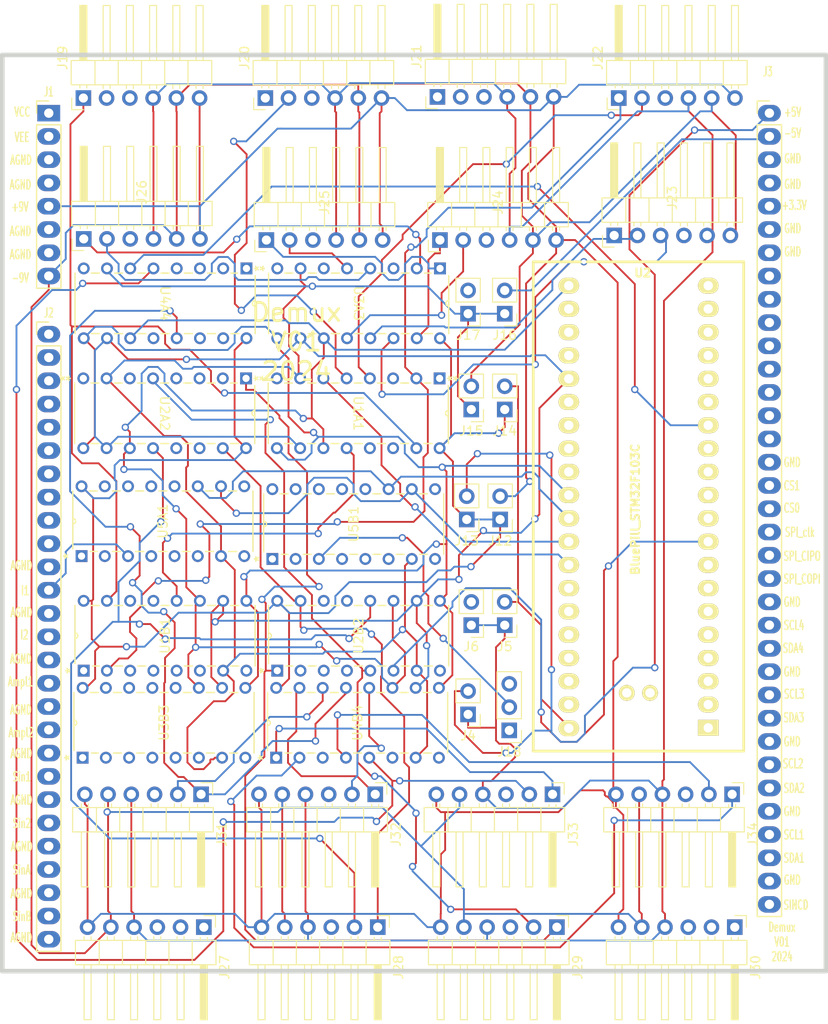
<source format=kicad_pcb>
(kicad_pcb (version 20221018) (generator pcbnew)
  (title_block (title "Barramento V04") (date "2024-02-05") (rev "v04") (company "EITduino") (comment 1 "Autor: Gustavo Pinheiro") (comment 2 "Barramento proposto para uma placa 90x100 mm") (comment 3 "placa de face dupla") (comment 4 "Pinos AGND e DGND"))
  (layers (0 "F.Cu" signal) (31 "B.Cu" signal) (34 "B.Paste" user) (35 "F.Paste" user) (36 "B.SilkS" user "B.Silkscreen") (37 "F.SilkS" user "F.Silkscreen") (38 "B.Mask" user) (39 "F.Mask" user) (44 "Edge.Cuts" user))
  (net 0 "")
  (net 1 "+9V")
  (net 2 "-9V")
  (net 3 "+5V")
  (net 4 "-5V")
  (net 5 "+3.3V")
  (net 12 "Earth")
  (net 14 "I1")
  (net 15 "I2")
  (net 16 "Ampl1")
  (net 17 "Ampl2")
  (net 18 "Sin1")
  (net 19 "Sin2")
  (net 20 "SinA")
  (net 21 "SinB")
  (net 23 "SPI_COPI")
  (net 24 "SPI_CIPO")
  (net 25 "SPI_clk")
  (net 26 "CS1")
  (net 27 "CS0")
  (net 28 "SCL3")
  (net 29 "SDA3")
  (net 30 "SCL2")
  (net 31 "SDA2")
  (net 32 "SCL1")
  (net 33 "SDA1")
  (net 34 "VCC")
  (net 35 "VEE")
  (net 46 "SINCD")
  (net 47 "SCL4")
  (net 48 "SDA4")
  (net 49 "Vref")
  (net 50 "VCC_DEMUX")
  (net 51 "VEE_DEMUX")
  (net 52 "In_B")
  (net 53 "E2")
  (net 54 "E3")
  (net 55 "E4")
  (net 56 "E5")
  (net 57 "E1")
  (net 58 "E0")
  (net 59 "E6")
  (net 60 "E7")
  (net 61 "E16")
  (net 62 "E17")
  (net 63 "E18")
  (net 64 "E19")
  (net 65 "E20")
  (net 66 "E21")
  (net 67 "E22")
  (net 68 "E23")
  (net 69 "E8")
  (net 70 "E9")
  (net 71 "E10")
  (net 72 "E11")
  (net 73 "E12")
  (net 74 "E13")
  (net 75 "E14")
  (net 76 "E15")
  (net 77 "E24")
  (net 78 "E25")
  (net 79 "E26")
  (net 80 "E27")
  (net 81 "E28")
  (net 82 "E29")
  (net 83 "E30")
  (net 84 "E31")
  (net 89 "Enable_B4")
  (net 90 "Enable_B3")
  (net 93 "Enable_B2")
  (net 97 "Enable_B1")
  (net 98 "Enable_A4")
  (net 104 "S0")
  (net 108 "S1")
  (net 113 "S2")
  (net 114 "S3")
  (net 115 "S4")
  (net 116 "Enable_A1")
  (net 119 "Enable_A2")
  (net 120 "Enable_A3")
  (net 125 "DEMUX2A")
  (net 126 "DEMUX2B")
  (net 127 "DEMUX3A")
  (net 128 "DEMUX3B")
  (net 129 "DEMUX4A")
  (net 130 "DEMUX4B")
  (net 135 "DEMUXA4")
  (net 136 "DEMUXA1")
  (net 137 "DEMUXA2")
  (net 138 "DEMUXA3")
  (net 143 "DEMUXB4")
  (net 144 "DEMUXB1")
  (net 145 "DEMUXB2")
  (net 146 "DEMUXB3")
  (net 148 "DEMUX1")
  (net 149 "DEMUX1B")
  (footprint "Connector_PinHeader_2.54mm:PinHeader_1x02_P2.54mm_Vertical" (layer "F.Cu") (at 152.5 79.04 180)
    (fp_text reference "J17")
    (fp_text value "GNDmux")
  )
  (footprint "74HC4051N:N16" (layer "F.Cu") (at 149.4252 110.38 90)
    (fp_text reference "U2B2")
    (fp_text value "74HC4051")
  )
  (footprint "Connector_PinHeader_2.54mm:PinHeader_1x02_P2.54mm_Vertical" (layer "F.Cu") (at 152.85 113.04 180)
    (fp_text reference "J6")
    (fp_text value "Conn_01x02")
  )
  (footprint "Connector_PinHeader_2.54mm:PinHeader_1x06_P2.54mm_Horizontal" (layer "F.Cu") (at 130.34 55.5 90)
    (fp_text reference "J20")
    (fp_text value "Conn_01x06")
  )
  (footprint "74HC4051N:N16" (layer "F.Cu") (at 110.4548 93.72 -90)
    (fp_text reference "U2A2")
    (fp_text value "74HC4051")
  )
  (footprint "Connector_PinHeader_2.54mm:PinHeader_1x02_P2.54mm_Vertical" (layer "F.Cu") (at 156 101.5 180)
    (fp_text reference "J12")
    (fp_text value "+9Vmux")
  )
  (footprint "Connector_PinHeader_2.54mm:PinHeader_1x06_P2.54mm_Horizontal" (layer "F.Cu") (at 168.96 55.5 90)
    (fp_text reference "J22")
    (fp_text value "Conn_01x06")
  )
  (footprint "Connector_PinHeader_2.54mm:PinHeader_1x06_P2.54mm_Horizontal" (layer "F.Cu") (at 181.635 146 -90)
    (fp_text reference "J30")
    (fp_text value "Conn_01x06")
  )
  (footprint "74HC4051N:N16" (layer "F.Cu") (at 128.16 119.88 90)
    (fp_text reference "U3B3")
    (fp_text value "74HC4051")
  )
  (footprint "74HC4051N:N16" (layer "F.Cu") (at 148.89 98.19 90)
    (fp_text reference "U5B1")
    (fp_text value "74HC4051")
  )
  (footprint "Connector_PinHeader_2.54mm:PinHeader_1x06_P2.54mm_Horizontal" (layer "F.Cu") (at 149.42 71 90)
    (fp_text reference "J24")
    (fp_text value "Conn_01x06")
  )
  (footprint "Connector_PinHeader_2.54mm:PinHeader_1x06_P2.54mm_Horizontal" (layer "F.Cu") (at 168.46 70.5 90)
    (fp_text reference "J23")
    (fp_text value "Conn_01x06")
  )
  (footprint "Connector_PinHeader_2.54mm:PinHeader_1x35_P2.54mm_Vertical" (layer "F.Cu") (at 185.42 57.15)
    (fp_text reference "J3")
    (fp_text value "comunicacao / sinais digitais" hide)
  )
  (footprint "Connector_PinHeader_2.54mm:PinHeader_1x06_P2.54mm_Horizontal" (layer "F.Cu") (at 181.35 131.5 -90)
    (fp_text reference "J34")
    (fp_text value "Conn_01x06")
  )
  (footprint "Connector_PinHeader_2.54mm:PinHeader_1x06_P2.54mm_Horizontal" (layer "F.Cu") (at 161.725 131.5 -90)
    (fp_text reference "J33")
    (fp_text value "Conn_01x06")
  )
  (footprint "Connector_PinHeader_2.54mm:PinHeader_1x06_P2.54mm_Horizontal" (layer "F.Cu") (at 110.46 55.5 90)
    (fp_text reference "J19")
    (fp_text value "Conn_01x06")
  )
  (footprint "Connector_PinHeader_2.54mm:PinHeader_1x02_P2.54mm_Vertical" (layer "F.Cu") (at 156.5 89.5 180)
    (fp_text reference "J14")
    (fp_text value "+3.3Vmux")
  )
  (footprint "Connector_PinHeader_2.54mm:PinHeader_1x06_P2.54mm_Horizontal" (layer "F.Cu") (at 142.625 146 -90)
    (fp_text reference "J28")
    (fp_text value "Conn_01x06")
  )
  (footprint "Connector_PinHeader_2.54mm:PinHeader_1x02_P2.54mm_Vertical" (layer "F.Cu") (at 152.35 101.5 180)
    (fp_text reference "J13")
    (fp_text value "+5Vmux")
  )
  (footprint "Connector_PinHeader_2.54mm:PinHeader_1x06_P2.54mm_Horizontal" (layer "F.Cu") (at 123.32 131.5 -90)
    (fp_text reference "J31")
    (fp_text value "Conn_01x06")
  )
  (footprint "Connector_PinHeader_2.54mm:PinHeader_1x08_P2.54mm_Vertical" (layer "F.Cu") (at 106.68 57.15)
    (fp_text reference "J1")
    (fp_text value "alimentacao analogica" hide)
  )
  (footprint "Connector_PinHeader_2.54mm:PinHeader_1x27_P2.54mm_Vertical" (layer "F.Cu") (at 106.68 81.28)
    (fp_text reference "J2")
    (fp_text value "sinais analogicos" hide)
  )
  (footprint "74HC4051N:N16" (layer "F.Cu") (at 131.6064 93.72 -90)
    (fp_text reference "U1A1")
    (fp_text value "74HC4051")
  )
  (footprint "Connector_PinHeader_2.54mm:PinHeader_1x02_P2.54mm_Vertical" (layer "F.Cu") (at 156.5 113.04 180)
    (fp_text reference "J5")
    (fp_text value "Conn_01x02")
  )
  (footprint "Connector_PinHeader_2.54mm:PinHeader_1x03_P2.54mm_Vertical" (layer "F.Cu") (at 157 124.525 180)
    (fp_text reference "J18")
    (fp_text value "Conn_01x03")
  )
  (footprint "Connector_PinHeader_2.54mm:PinHeader_1x06_P2.54mm_Horizontal" (layer "F.Cu") (at 142.35 131.5 -90)
    (fp_text reference "J32")
    (fp_text value "Conn_01x06")
  )
  (footprint "Connector_PinHeader_2.54mm:PinHeader_1x06_P2.54mm_Horizontal" (layer "F.Cu") (at 149.15 55.375 90)
    (fp_text reference "J21")
    (fp_text value "Conn_01x06")
  )
  (footprint "74HC4051N:N16" (layer "F.Cu") (at 128.04 97.88 90)
    (fp_text reference "U5A1")
    (fp_text value "74HC4051")
  )
  (footprint "Connector_PinHeader_2.54mm:PinHeader_1x02_P2.54mm_Vertical" (layer "F.Cu") (at 156.5 79.04 180)
    (fp_text reference "J16")
    (fp_text value "-5Vmux")
  )
  (footprint "Connector_PinHeader_2.54mm:PinHeader_1x06_P2.54mm_Horizontal" (layer "F.Cu") (at 130.46 71 90)
    (fp_text reference "J25")
    (fp_text value "Conn_01x06")
  )
  (footprint "Connector_PinHeader_2.54mm:PinHeader_1x06_P2.54mm_Horizontal" (layer "F.Cu") (at 162.2 146 -90)
    (fp_text reference "J29")
    (fp_text value "Conn_01x06")
  )
  (footprint "74HC4051N:N16" (layer "F.Cu") (at 149.3116 119.88 90)
    (fp_text reference "U4B4")
    (fp_text value "74HC4051")
  )
  (footprint "Connector_PinHeader_2.54mm:PinHeader_1x02_P2.54mm_Vertical" (layer "F.Cu") (at 152.5 122.775 180)
    (fp_text reference "J4")
    (fp_text value "Conn_01x02")
  )
  (footprint "74HC4051N:N16" (layer "F.Cu") (at 131.6516 81.72 -90)
    (fp_text reference "U3A3")
    (fp_text value "74HC4051")
  )
  (footprint "BluePill_STM32:BluePill_STM32F103C" (layer "F.Cu") (at 178.74 124.1892 180)
    (fp_text reference "U2")
    (fp_text value "BluePill_STM32F103C")
  )
  (footprint "Connector_PinHeader_2.54mm:PinHeader_1x02_P2.54mm_Vertical" (layer "F.Cu") (at 152.85 89.5 180)
    (fp_text reference "J15")
    (fp_text value "-9Vmux")
  )
  (footprint "Connector_PinHeader_2.54mm:PinHeader_1x06_P2.54mm_Horizontal" (layer "F.Cu") (at 123.62 146 -90)
    (fp_text reference "J27")
    (fp_text value "Conn_01x06")
  )
  (footprint "74HC4051N:N16" (layer "F.Cu") (at 128.2736 110.38 90)
    (fp_text reference "U1B1")
    (fp_text value "74HC4051")
  )
  (footprint "74HC4051N:N16" (layer "F.Cu") (at 110.5 81.72 -90)
    (fp_text reference "U4A4")
    (fp_text value "74HC4051")
  )
  (footprint "Connector_PinHeader_2.54mm:PinHeader_1x06_P2.54mm_Horizontal" (layer "F.Cu") (at 110.5 70.875 90)
    (fp_text reference "J26")
    (fp_text value "Conn_01x06")
  )
  (gr_line (start 191.6 50.8) (end 101.6 50.8) (stroke (width 0.5)) (layer "Edge.Cuts"))
  (gr_line (start 191.6 150.8) (end 191.6 50.8) (stroke (width 0.5)) (layer "Edge.Cuts"))
  (gr_line (start 191.59982 150.7998) (end 101.6 150.7998) (stroke (width 0.5)) (layer "Edge.Cuts"))
  (gr_line (start 101.6 50.8) (end 101.6 150.7998) (stroke (width 0.5)) (layer "Edge.Cuts"))
  (gr_text "SDA1" (at 186.8967 138.452966) (layer "F.SilkS") (effects (font (size 1 0.6) (thickness 0.15) bold) (justify left)))
  (gr_text "AGND" (at 102.314418 64.968158) (layer "F.SilkS") (effects (font (size 1 0.6) (thickness 0.15) bold) (justify left)))
  (gr_text "SinA" (at 102.652955 139.742119) (layer "F.SilkS") (effects (font (size 1 0.6) (thickness 0.15) bold) (justify left)))
  (gr_text "SPI_CIPO\n" (at 189 105.5) (layer "F.SilkS") (effects (font (size 1 0.6) (thickness 0.15) bold)))
  (gr_text "GND" (at 186.8967 118.132966) (layer "F.SilkS") (effects (font (size 1 0.6) (thickness 0.15) bold) (justify left)))
  (gr_text "CS1" (at 186.8967 97.812966) (layer "F.SilkS") (effects (font (size 1 0.6) (thickness 0.15) bold) (justify left)))
  (gr_text "GND" (at 186.955818 72.866258) (layer "F.SilkS") (effects (font (size 1 0.6) (thickness 0.15) bold) (justify left bottom)))
  (gr_text "-9V" (at 102.568418 75.128158) (layer "F.SilkS") (effects (font (size 1 0.6) (thickness 0.15) bold) (justify left)))
  (gr_text "AGND" (at 102.441415 137.208672) (layer "F.SilkS") (effects (font (size 1 0.6) (thickness 0.15) bold) (justify left)))
  (gr_text "AGND" (at 102.415048 112.238762) (layer "F.SilkS") (effects (font (size 1 0.6) (thickness 0.15) bold) (justify left bottom)))
  (gr_text "GND" (at 186.8967 125.752966) (layer "F.SilkS") (effects (font (size 1 0.6) (thickness 0.15) bold) (justify left)))
  (gr_text "+3.3V" (at 186.701818 67.786258) (layer "F.SilkS") (effects (font (size 1 0.6) (thickness 0.15) bold) (justify left bottom)))
  (gr_text "GND" (at 186.955818 65.500258) (layer "F.SilkS") (effects (font (size 1 0.6) (thickness 0.15) bold) (justify left bottom)))
  (gr_text "AGND" (at 102.314418 72.588158) (layer "F.SilkS") (effects (font (size 1 0.6) (thickness 0.15) bold) (justify left)))
  (gr_text "GND" (at 186.8967 110.512966) (layer "F.SilkS") (effects (font (size 1 0.6) (thickness 0.15) bold) (justify left)))
  (gr_text "AGND" (at 102.408342 147.725608) (layer "F.SilkS") (effects (font (size 1 0.6) (thickness 0.15) bold) (justify left bottom)))
  (gr_text "Sin1" (at 102.652955 129.582119) (layer "F.SilkS") (effects (font (size 1 0.6) (thickness 0.15) bold) (justify left)))
  (gr_text "AGND" (at 102.414926 132.122118) (layer "F.SilkS") (effects (font (size 1 0.6) (thickness 0.15) bold) (justify left)))
  (gr_text "+5V\n" (at 186.955818 57.626258) (layer "F.SilkS") (effects (font (size 1 0.6) (thickness 0.15) bold) (justify left bottom)))
  (gr_text "SCL2" (at 186.7967 128.152966) (layer "F.SilkS") (effects (font (size 1 0.6) (thickness 0.15) bold) (justify left)))
  (gr_text "-5V" (at 186.955818 59.912258) (layer "F.SilkS") (effects (font (size 1 0.6) (thickness 0.15) bold) (justify left bottom)))
  (gr_text "AGND" (at 102.373918 62.266501) (layer "F.SilkS") (effects (font (size 1 0.6) (thickness 0.15) bold) (justify left)))
  (gr_text "Demux\nV01\n2024" (at 133.7348 86.5) (layer "F.SilkS") (effects (font (size 2 2) (thickness 0.3)) (justify bottom)))
  (gr_text "SDA3" (at 186.859509 123.716321) (layer "F.SilkS") (effects (font (size 1 0.6) (thickness 0.15) bold) (justify left bottom)))
  (gr_text "SDA4\n" (at 186.7967 115.552966) (layer "F.SilkS") (effects (font (size 1 0.6) (thickness 0.15) bold) (justify left)))
  (gr_text "Ampl2" (at 102.190097 124.753588) (layer "F.SilkS") (effects (font (size 1 0.6) (thickness 0.15) bold) (justify left)))
  (gr_text "GND" (at 186.955818 62.706258) (layer "F.SilkS") (effects (font (size 1 0.6) (thickness 0.15) bold) (justify left bottom)))
  (gr_text "SINCD" (at 186.89297 143.574095) (layer "F.SilkS") (effects (font (size 1 0.6) (thickness 0.15) bold) (justify left)))
  (gr_text "AGND" (at 102.314418 70.048158) (layer "F.SilkS") (effects (font (size 1 0.6) (thickness 0.15) bold) (justify left)))
  (gr_text "CS0" (at 186.8967 100.25) (layer "F.SilkS") (effects (font (size 1 0.6) (thickness 0.15) bold) (justify left)))
  (gr_text "VCC" (at 102.822418 57.602158) (layer "F.SilkS") (effects (font (size 1 0.6) (thickness 0.15) bold) (justify left bottom)))
  (gr_text "VEE\n" (at 102.855208 59.778606) (layer "F.SilkS") (effects (font (size 1 0.6) (thickness 0.15) bold) (justify left)))
  (gr_text "I2\n" (at 103.481993 114.67284) (layer "F.SilkS") (effects (font (size 1 0.6) (thickness 0.15) bold) (justify left bottom)))
  (gr_text "SCL4\n" (at 186.8967 113.052966) (layer "F.SilkS") (effects (font (size 1 0.6) (thickness 0.15) bold) (justify left)))
  (gr_text "GND" (at 186.955818 70.326258) (layer "F.SilkS") (effects (font (size 1 0.6) (thickness 0.15) bold) (justify left bottom)))
  (gr_text "SinB" (at 102.652955 144.822119) (layer "F.SilkS") (effects (font (size 1 0.6) (thickness 0.15) bold) (justify left)))
  (gr_text "AGND" (at 102.401941 127.042119) (layer "F.SilkS") (effects (font (size 1 0.6) (thickness 0.15) bold) (justify left)))
  (gr_text "SDA2" (at 186.8967 130.832966) (layer "F.SilkS") (effects (font (size 1 0.6) (thickness 0.15) bold) (justify left)))
  (gr_text "SPI_clk\n" (at 188.75 102.892966) (layer "F.SilkS") (effects (font (size 1 0.6) (thickness 0.15) bold)))
  (gr_text "GND" (at 186.8967 95.272966) (layer "F.SilkS") (effects (font (size 1 0.6) (thickness 0.15) bold) (justify left)))
  (gr_text "AGND" (at 102.352029 117.31861) (layer "F.SilkS") (effects (font (size 1 0.6) (thickness 0.15) bold) (justify left bottom)))
  (gr_text "I1" (at 103.565958 109.262271) (layer "F.SilkS") (effects (font (size 1 0.6) (thickness 0.15) bold) (justify left)))
  (gr_text "GND" (at 186.9078 141.435253) (layer "F.SilkS") (effects (font (size 1 0.6) (thickness 0.15) bold) (justify left bottom)))
  (gr_text "AGND" (at 102.355457 122.273179) (layer "F.SilkS") (effects (font (size 1 0.6) (thickness 0.15) bold) (justify left)))
  (gr_text "AGND" (at 102.408342 142.334851) (layer "F.SilkS") (effects (font (size 1 0.6) (thickness 0.15) bold) (justify left)))
  (gr_text "Sin2\n" (at 102.652955 134.662119) (layer "F.SilkS") (effects (font (size 1 0.6) (thickness 0.15) bold) (justify left)))
  (gr_text "+9V\n" (at 102.53014 67.379378) (layer "F.SilkS") (effects (font (size 1 0.6) (thickness 0.15) bold) (justify left)))
  (gr_text "AGND" (at 102.415048 107.119197) (layer "F.SilkS") (effects (font (size 1 0.6) (thickness 0.15) bold) (justify left bottom)))
  (gr_text "GND" (at 186.8967 133.372966) (layer "F.SilkS") (effects (font (size 1 0.6) (thickness 0.15) bold) (justify left)))
  (gr_text "Demux\nV01\n2024" (at 186.8 149.8) (layer "F.SilkS") (effects (font (size 1 0.6) (thickness 0.15) bold) (justify bottom)))
  (gr_text "SCL1\n" (at 186.8967 135.912966) (layer "F.SilkS") (effects (font (size 1 0.6) (thickness 0.15) bold) (justify left)))
  (gr_text "SPI_COPI\n" (at 189 108) (layer "F.SilkS") (effects (font (size 1 0.6) (thickness 0.15) bold)))
  (gr_text "SCL3" (at 186.923306 121.14851) (layer "F.SilkS") (effects (font (size 1 0.6) (thickness 0.15) bold) (justify left bottom)))
  (gr_text "Ampl1" (at 102.123953 119.79277) (layer "F.SilkS") (effects (font (size 1 0.6) (thickness 0.15) bold) (justify left bottom)))
  (segment (start 161.85 60.9398) (end 161.85 56.8269) (width 0.2) (layer "F.Cu") (net 1))
  (segment (start 149.5185 138.0506) (end 149.9912 137.5779) (width 0.2) (layer "F.Cu") (net 1))
  (segment (start 169.4622 144.0209) (end 169.4622 133.7641) (width 0.2) (layer "F.Cu") (net 1))
  (segment (start 123.16 56.9519) (end 123.16 69.3831) (width 0.2) (layer "F.Cu") (net 1))
  (segment (start 162.12 71) (end 162.12 72.4519) (width 0.2) (layer "F.Cu") (net 1))
  (segment (start 164.7472 131.0629) (end 162.3662 133.4439) (width 0.2) (layer "F.Cu") (net 1))
  (segment (start 167.2257 131.0605) (end 167.2233 131.0629) (width 0.2) (layer "F.Cu") (net 1))
  (segment (start 168.8406 75.6463) (end 168.8406 116.4937) (width 0.2) (layer "F.Cu") (net 1))
  (segment (start 142.8395 69.2276) (end 143.16 69.5481) (width 0.2) (layer "F.Cu") (net 1))
  (segment (start 158.8327 96.9378) (end 159.2421 97.3472) (width 0.2) (layer "F.Cu") (net 1))
  (segment (start 168.3625 132.9519) (end 168.3091 132.8985) (width 0.2) (layer "F.Cu") (net 1))
  (segment (start 149.025 131.5) (end 149.025 132.9519) (width 0.2) (layer "F.Cu") (net 1))
  (segment (start 159.0722 63.7176) (end 161.85 60.9398) (width 0.2) (layer "F.Cu") (net 1))
  (segment (start 167.4351 131.5702) (end 167.4351 131.2604) (width 0.2) (layer "F.Cu") (net 1))
  (segment (start 149.517 133.4439) (end 149.025 132.9519) (width 0.2) (layer "F.Cu") (net 1))
  (segment (start 162.12 72.4519) (end 158.8327 75.7392) (width 0.2) (layer "F.Cu") (net 1))
  (segment (start 167.4351 131.2604) (end 167.2352 131.0605) (width 0.2) (layer "F.Cu") (net 1))
  (segment (start 162.12 71) (end 162.12 69.5481) (width 0.2) (layer "F.Cu") (net 1))
  (segment (start 149.5 146) (end 149.5 144.5481) (width 0.2) (layer "F.Cu") (net 1))
  (segment (start 168.935 146) (end 168.935 144.5481) (width 0.2) (layer "F.Cu") (net 1))
  (segment (start 168.65 132.9519) (end 168.3625 132.9519) (width 0.2) (layer "F.Cu") (net 1))
  (segment (start 142.8395 57.1524) (end 142.8395 69.2276) (width 0.2) (layer "F.Cu") (net 1))
  (segment (start 168.3091 132.8985) (end 168.3091 132.324) (width 0.2) (layer "F.Cu") (net 1))
  (segment (start 110.92 144.5481) (end 110.92 132.8607) (width 0.2) (layer "F.Cu") (net 1))
  (segment (start 143.16 71) (end 143.16 69.5481) (width 0.2) (layer "F.Cu") (net 1))
  (segment (start 110.92 132.8607) (end 110.62 132.5607) (width 0.2) (layer "F.Cu") (net 1))
  (segment (start 168.8406 116.4937) (end 168.3681 116.9662) (width 0.2) (layer "F.Cu") (net 1))
  (segment (start 168.65 131.5) (end 168.65 131.9921) (width 0.2) (layer "F.Cu") (net 1))
  (segment (start 163.5719 71) (end 164.1943 71) (width 0.2) (layer "F.Cu") (net 1))
  (segment (start 158.8327 75.7392) (end 158.8327 96.9378) (width 0.2) (layer "F.Cu") (net 1))
  (segment (start 123.2 70.875) (end 123.2 69.4231) (width 0.2) (layer "F.Cu") (net 1))
  (segment (start 167.2233 131.0629) (end 164.7472 131.0629) (width 0.2) (layer "F.Cu") (net 1))
  (segment (start 129.65 131.5) (end 129.65 132.9519) (width 0.2) (layer "F.Cu") (net 1))
  (segment (start 149.9912 133.4439) (end 149.517 133.4439) (width 0.2) (layer "F.Cu") (net 1))
  (segment (start 168.3091 132.324) (end 167.7222 131.7371) (width 0.2) (layer "F.Cu") (net 1))
  (segment (start 167.7222 131.7371) (end 167.602 131.7371) (width 0.2) (layer "F.Cu") (net 1))
  (segment (start 167.2352 131.0605) (end 167.2257 131.0605) (width 0.2) (layer "F.Cu") (net 1))
  (segment (start 149.9912 137.5779) (end 149.9912 133.4439) (width 0.2) (layer "F.Cu") (net 1))
  (segment (start 143.04 56.9519) (end 142.8395 57.1524) (width 0.2) (layer "F.Cu") (net 1))
  (segment (start 168.935 144.5481) (end 169.4622 144.0209) (width 0.2) (layer "F.Cu") (net 1))
  (segment (start 149.5185 144.5296) (end 149.5185 138.0506) (width 0.2) (layer "F.Cu") (net 1))
  (segment (start 162.12 71) (end 163.5719 71) (width 0.2) (layer "F.Cu") (net 1))
  (segment (start 164.1943 71) (end 168.8406 75.6463) (width 0.2) (layer "F.Cu") (net 1))
  (segment (start 110.62 131.5) (end 110.62 132.5607) (width 0.2) (layer "F.Cu") (net 1))
  (segment (start 123.16 55.5) (end 123.16 56.9519) (width 0.2) (layer "F.Cu") (net 1))
  (segment (start 168.3681 116.9662) (end 168.3681 131.7102) (width 0.2) (layer "F.Cu") (net 1))
  (segment (start 110.92 146) (end 110.92 144.5481) (width 0.2) (layer "F.Cu") (net 1))
  (segment (start 129.925 133.2269) (end 129.65 132.9519) (width 0.2) (layer "F.Cu") (net 1))
  (segment (start 129.925 146) (end 129.925 133.2269) (width 0.2) (layer "F.Cu") (net 1))
  (segment (start 168.3681 131.7102) (end 168.65 131.9921) (width 0.2) (layer "F.Cu") (net 1))
  (segment (start 167.602 131.7371) (end 167.4351 131.5702) (width 0.2) (layer "F.Cu") (net 1))
  (segment (start 162.12 69.5481) (end 159.0722 66.5003) (width 0.2) (layer "F.Cu") (net 1))
  (segment (start 161.85 55.375) (end 161.85 56.8269) (width 0.2) (layer "F.Cu") (net 1))
  (segment (start 162.3662 133.4439) (end 149.9912 133.4439) (width 0.2) (layer "F.Cu") (net 1))
  (segment (start 143.04 55.5) (end 143.04 56.9519) (width 0.2) (layer "F.Cu") (net 1))
  (segment (start 159.0722 66.5003) (end 159.0722 63.7176) (width 0.2) (layer "F.Cu") (net 1))
  (segment (start 168.65 131.9921) (end 168.65 132.9519) (width 0.2) (layer "F.Cu") (net 1))
  (segment (start 169.4622 133.7641) (end 168.65 132.9519) (width 0.2) (layer "F.Cu") (net 1))
  (segment (start 123.16 69.3831) (end 123.2 69.4231) (width 0.2) (layer "F.Cu") (net 1))
  (segment (start 149.5 144.5481) (end 149.5185 144.5296) (width 0.2) (layer "F.Cu") (net 1))
  (via (at 159.2421 97.3472) (size 0.8) (drill 0.5) (layers "F.Cu" "B.Cu") (net 1))
  (segment (start 181.66 55.5) (end 180.2036 54.0436) (width 0.2) (layer "B.Cu") (net 1))
  (segment (start 129.925 146) (end 128.4731 146) (width 0.2) (layer "B.Cu") (net 1))
  (segment (start 106.68 67.31) (end 108.5319 67.31) (width 0.2) (layer "B.Cu") (net 1))
  (segment (start 127.0178 144.5447) (end 128.4731 146) (width 0.2) (layer "B.Cu") (net 1))
  (segment (start 123.2 70.875) (end 123.2 69.4231) (width 0.2) (layer "B.Cu") (net 1))
  (segment (start 110.92 146) (end 112.3753 144.5447) (width 0.2) (layer "B.Cu") (net 1))
  (segment (start 164.6333 54.0436) (end 163.3019 55.375) (width 0.2) (layer "B.Cu") (net 1))
  (segment (start 123.2 67.31) (end 131.6699 58.8401) (width 0.2) (layer "B.Cu") (net 1))
  (segment (start 161.85 55.375) (end 163.3019 55.375) (width 0.2) (layer "B.Cu") (net 1))
  (segment (start 112.3753 144.5447) (end 127.0178 144.5447) (width 0.2) (layer "B.Cu") (net 1))
  (segment (start 180.2036 54.0436) (end 164.6333 54.0436) (width 0.2) (layer "B.Cu") (net 1))
  (segment (start 123.2 67.31) (end 108.5319 67.31) (width 0.2) (layer "B.Cu") (net 1))
  (segment (start 131.6699 58.8401) (end 132.0811 58.8401) (width 0.2) (layer "B.Cu") (net 1))
  (segment (start 157.6293 98.96) (end 159.2421 97.3472) (width 0.2) (layer "B.Cu") (net 1))
  (segment (start 149.5 146) (end 148.0481 146) (width 0.2) (layer "B.Cu") (net 1))
  (segment (start 139.7014 58.8386) (end 143.04 55.5) (width 0.2) (layer "B.Cu") (net 1))
  (segment (start 131.3769 144.5481) (end 146.5962 144.5481) (width 0.2) (layer "B.Cu") (net 1))
  (segment (start 156 98.96) (end 157.6293 98.96) (width 0.2) (layer "B.Cu") (net 1))
  (segment (start 161.85 55.375) (end 160.3981 56.8269) (width 0.2) (layer "B.Cu") (net 1))
  (segment (start 132.0826 58.8386) (end 139.7014 58.8386) (width 0.2) (layer "B.Cu") (net 1))
  (segment (start 143.04 55.5) (end 144.4919 55.5) (width 0.2) (layer "B.Cu") (net 1))
  (segment (start 129.925 146) (end 131.3769 144.5481) (width 0.2) (layer "B.Cu") (net 1))
  (segment (start 146.5962 144.5481) (end 148.0481 146) (width 0.2) (layer "B.Cu") (net 1))
  (segment (start 132.0811 58.8401) (end 132.0826 58.8386) (width 0.2) (layer "B.Cu") (net 1))
  (segment (start 145.8188 56.8269) (end 144.4919 55.5) (width 0.2) (layer "B.Cu") (net 1))
  (segment (start 160.3981 56.8269) (end 145.8188 56.8269) (width 0.2) (layer "B.Cu") (net 1))
  (segment (start 123.2 69.4231) (end 123.2 67.31) (width 0.2) (layer "B.Cu") (net 1))
  (segment (start 158.1281 73.9038) (end 158.1281 80.23) (width 0.2) (layer "F.Cu") (net 2))
  (segment (start 120.62 55.9921) (end 120.62 56.9519) (width 0.2) (layer "F.Cu") (net 2))
  (segment (start 158.3703 68.3384) (end 158.3703 63.4269) (width 0.2) (layer "F.Cu") (net 2))
  (segment (start 113.46 145.5079) (end 113.46 144.5481) (width 0.2) (layer "F.Cu") (net 2))
  (segment (start 106.68 74.93) (end 106.68 76.4319) (width 0.2) (layer "F.Cu") (net 2))
  (segment (start 122.0719 54.0481) (end 140.5 54.0481) (width 0.2) (layer "F.Cu") (net 2))
  (segment (start 159.31 55.375) (end 157.8581 53.9231) (width 0.2) (layer "F.Cu") (net 2))
  (segment (start 110.6204 148.8396) (end 110.0577 148.8396) (width 0.2) (layer "F.Cu") (net 2))
  (segment (start 171.19 144.2631) (end 171.19 131.5) (width 0.2) (layer "F.Cu") (net 2))
  (segment (start 158.3703 63.4269) (end 159.31 62.4872) (width 0.2) (layer "F.Cu") (net 2))
  (segment (start 181.745 59.5769) (end 181.745 70.875) (width 0.2) (layer "F.Cu") (net 2))
  (segment (start 110.0577 148.8396) (end 110.0562 148.8381) (width 0.2) (layer "F.Cu") (net 2))
  (segment (start 179.12 55.5) (end 179.12 56.9519) (width 0.2) (layer "F.Cu") (net 2))
  (segment (start 158.1281 80.23) (end 152.85 85.5081) (width 0.2) (layer "F.Cu") (net 2))
  (segment (start 171.475 144.5481) (end 171.19 144.2631) (width 0.2) (layer "F.Cu") (net 2))
  (segment (start 159.58 70.274) (end 159.58 69.5481) (width 0.2) (layer "F.Cu") (net 2))
  (segment (start 140.625 53.9231) (end 140.5 54.0481) (width 0.2) (layer "F.Cu") (net 2))
  (segment (start 132.19 144.2731) (end 132.19 131.5) (width 0.2) (layer "F.Cu") (net 2))
  (segment (start 159.58 69.5481) (end 158.3703 68.3384) (width 0.2) (layer "F.Cu") (net 2))
  (segment (start 140.62 57.0719) (end 140.62 71) (width 0.2) (layer "F.Cu") (net 2))
  (segment (start 105.6793 148.8381) (end 104.7911 147.9499) (width 0.2) (layer "F.Cu") (net 2))
  (segment (start 152.85 86.96) (end 152.85 85.5081) (width 0.2) (layer "F.Cu") (net 2))
  (segment (start 159.58 72.4519) (end 158.1281 73.9038) (width 0.2) (layer "F.Cu") (net 2))
  (segment (start 113.46 145.5079) (end 113.46 146) (width 0.2) (layer "F.Cu") (net 2))
  (segment (start 113.46 146) (end 110.6204 148.8396) (width 0.2) (layer "F.Cu") (net 2))
  (segment (start 140.5 56.9519) (end 140.62 57.0719) (width 0.2) (layer "F.Cu") (net 2))
  (segment (start 179.12 56.9519) (end 181.745 59.5769) (width 0.2) (layer "F.Cu") (net 2))
  (segment (start 113.46 144.5481) (end 113.16 144.2481) (width 0.2) (layer "F.Cu") (net 2))
  (segment (start 140.5 55.5) (end 140.5 56.9519) (width 0.2) (layer "F.Cu") (net 2))
  (segment (start 132.465 144.5481) (end 132.19 144.2731) (width 0.2) (layer "F.Cu") (net 2))
  (segment (start 159.31 55.375) (end 159.31 56.8269) (width 0.2) (layer "F.Cu") (net 2))
  (segment (start 120.62 55.9921) (end 120.62 55.5) (width 0.2) (layer "F.Cu") (net 2))
  (segment (start 157.8581 53.9231) (end 140.625 53.9231) (width 0.2) (layer "F.Cu") (net 2))
  (segment (start 113.16 133.4298) (end 113.16 131.5) (width 0.2) (layer "F.Cu") (net 2))
  (segment (start 171.475 146) (end 171.475 144.5481) (width 0.2) (layer "F.Cu") (net 2))
  (segment (start 113.16 133.4298) (end 113.0585 133.4298) (width 0.2) (layer "F.Cu") (net 2))
  (segment (start 113.16 144.2481) (end 113.16 133.4298) (width 0.2) (layer "F.Cu") (net 2))
  (segment (start 159.58 71) (end 159.58 72.4519) (width 0.2) (layer "F.Cu") (net 2))
  (segment (start 104.7911 78.3208) (end 106.68 76.4319) (width 0.2) (layer "F.Cu") (net 2))
  (segment (start 159.31 62.4872) (end 159.31 56.8269) (width 0.2) (layer "F.Cu") (net 2))
  (segment (start 120.62 56.9519) (end 120.66 56.9919) (width 0.2) (layer "F.Cu") (net 2))
  (segment (start 120.62 55.5) (end 122.0719 54.0481) (width 0.2) (layer "F.Cu") (net 2))
  (segment (start 110.0562 148.8381) (end 105.6793 148.8381) (width 0.2) (layer "F.Cu") (net 2))
  (segment (start 120.66 56.9919) (end 120.66 70.875) (width 0.2) (layer "F.Cu") (net 2))
  (segment (start 132.465 146) (end 132.465 144.5481) (width 0.2) (layer "F.Cu") (net 2))
  (segment (start 140.5 55.5) (end 140.5 54.0481) (width 0.2) (layer "F.Cu") (net 2))
  (segment (start 159.58 70.274) (end 159.58 71) (width 0.2) (layer "F.Cu") (net 2))
  (segment (start 104.7911 147.9499) (end 104.7911 78.3208) (width 0.2) (layer "F.Cu") (net 2))
  (via (at 113.0585 133.4298) (size 0.8) (drill 0.5) (layers "F.Cu" "B.Cu") (net 2))
  (segment (start 119.1598 69.3748) (end 109.3797 69.3748) (width 0.2) (layer "B.Cu") (net 2))
  (segment (start 108.5319 73.0781) (end 106.68 74.93) (width 0.2) (layer "B.Cu") (net 2))
  (segment (start 108.5319 70.2226) (end 108.5319 73.0781) (width 0.2) (layer "B.Cu") (net 2))
  (segment (start 132.19 131.5) (end 132.19 132.9519) (width 0.2) (layer "B.Cu") (net 2))
  (segment (start 131.7121 133.4298) (end 113.0585 133.4298) (width 0.2) (layer "B.Cu") (net 2))
  (segment (start 147.354 137.1629) (end 143.143 132.9519) (width 0.2) (layer "B.Cu") (net 2))
  (segment (start 179.12 56.9519) (end 177.871 56.9519) (width 0.2) (layer "B.Cu") (net 2))
  (segment (start 165.7649 69.058) (end 161.522 69.058) (width 0.2) (layer "B.Cu") (net 2))
  (segment (start 152.04 141.8489) (end 147.354 137.1629) (width 0.2) (layer "B.Cu") (net 2))
  (segment (start 151.565 131.5) (end 151.565 132.9519) (width 0.2) (layer "B.Cu") (net 2))
  (segment (start 152.04 146) (end 152.04 144.5481) (width 0.2) (layer "B.Cu") (net 2))
  (segment (start 170.0231 144.5481) (end 152.04 144.5481) (width 0.2) (layer "B.Cu") (net 2))
  (segment (start 161.522 69.058) (end 159.58 71) (width 0.2) (layer "B.Cu") (net 2))
  (segment (start 152.04 144.5481) (end 152.04 141.8489) (width 0.2) (layer "B.Cu") (net 2))
  (segment (start 179.12 55.5) (end 179.12 56.9519) (width 0.2) (layer "B.Cu") (net 2))
  (segment (start 151.565 132.9519) (end 147.354 137.1629) (width 0.2) (layer "B.Cu") (net 2))
  (segment (start 109.3797 69.3748) (end 108.5319 70.2226) (width 0.2) (layer "B.Cu") (net 2))
  (segment (start 171.475 146) (end 170.0231 144.5481) (width 0.2) (layer "B.Cu") (net 2))
  (segment (start 120.66 70.875) (end 119.1598 69.3748) (width 0.2) (layer "B.Cu") (net 2))
  (segment (start 143.143 132.9519) (end 132.19 132.9519) (width 0.2) (layer "B.Cu") (net 2))
  (segment (start 177.871 56.9519) (end 165.7649 69.058) (width 0.2) (layer "B.Cu") (net 2))
  (segment (start 132.19 132.9519) (end 131.7121 133.4298) (width 0.2) (layer "B.Cu") (net 2))
  (segment (start 154.1114 126.9789) (end 156.6314 126.9789) (width 0.2) (layer "F.Cu") (net 3))
  (segment (start 170.1331 66.1065) (end 177.2414 58.9982) (width 0.2) (layer "F.Cu") (net 3))
  (segment (start 151.0481 120.235) (end 151.0481 123.9156) (width 0.2) (layer "F.Cu") (net 3))
  (segment (start 152.35 95.4829) (end 152.35 98.96) (width 0.2) (layer "F.Cu") (net 3))
  (segment (start 161.6063 94.6525) (end 161.4263 94.4725) (width 0.2) (layer "F.Cu") (net 3))
  (segment (start 151.0481 123.9156) (end 154.1114 126.9789) (width 0.2) (layer "F.Cu") (net 3))
  (segment (start 172.8965 117.6743) (end 172.8965 74.7793) (width 0.2) (layer "F.Cu") (net 3))
  (segment (start 152.5 120.235) (end 151.0481 120.235) (width 0.2) (layer "F.Cu") (net 3))
  (segment (start 161.6063 117.89) (end 161.6063 94.6525) (width 0.2) (layer "F.Cu") (net 3))
  (segment (start 153.5155 94.3174) (end 152.35 95.4829) (width 0.2) (layer "F.Cu") (net 3))
  (segment (start 172.8965 74.7793) (end 170.1331 72.0159) (width 0.2) (layer "F.Cu") (net 3))
  (segment (start 170.1331 72.0159) (end 170.1331 66.1065) (width 0.2) (layer "F.Cu") (net 3))
  (via (at 156.6314 126.9789) (size 0.8) (drill 0.5) (layers "F.Cu" "B.Cu") (net 3))
  (via (at 153.5155 94.3174) (size 0.8) (drill 0.5) (layers "F.Cu" "B.Cu") (net 3))
  (via (at 172.8965 117.6743) (size 0.8) (drill 0.5) (layers "F.Cu" "B.Cu") (net 3))
  (via (at 161.4263 94.4725) (size 0.8) (drill 0.5) (layers "F.Cu" "B.Cu") (net 3))
  (via (at 161.6063 117.89) (size 0.8) (drill 0.5) (layers "F.Cu" "B.Cu") (net 3))
  (via (at 177.2414 58.9982) (size 0.8) (drill 0.5) (layers "F.Cu" "B.Cu") (net 3))
  (segment (start 172.8965 117.6743) (end 170.5124 117.6743) (width 0.2) (layer "B.Cu") (net 3))
  (segment (start 165.2644 124.8696) (end 164.3645 125.7695) (width 0.2) (layer "B.Cu") (net 3))
  (segment (start 164.3645 125.7695) (end 162.6233 125.7695) (width 0.2) (layer "B.Cu") (net 3))
  (segment (start 161.6063 124.5445) (end 159.7194 124.5445) (width 0.2) (layer "B.Cu") (net 3))
  (segment (start 161.2712 94.3174) (end 153.5155 94.3174) (width 0.2) (layer "B.Cu") (net 3))
  (segment (start 161.6063 124.7525) (end 161.6063 124.5445) (width 0.2) (layer "B.Cu") (net 3))
  (segment (start 161.4263 94.4725) (end 161.2712 94.3174) (width 0.2) (layer "B.Cu") (net 3))
  (segment (start 170.5124 117.6743) (end 165.2644 122.9223) (width 0.2) (layer "B.Cu") (net 3))
  (segment (start 161.6063 124.5445) (end 161.6063 117.89) (width 0.2) (layer "B.Cu") (net 3))
  (segment (start 157.285 126.9789) (end 156.6314 126.9789) (width 0.2) (layer "B.Cu") (net 3))
  (segment (start 185.42 57.15) (end 183.5718 58.9982) (width 0.2) (layer "B.Cu") (net 3))
  (segment (start 159.7194 124.5445) (end 157.285 126.9789) (width 0.2) (layer "B.Cu") (net 3))
  (segment (start 162.6233 125.7695) (end 161.6063 124.7525) (width 0.2) (layer "B.Cu") (net 3))
  (segment (start 165.2644 122.9223) (end 165.2644 124.8696) (width 0.2) (layer "B.Cu") (net 3))
  (segment (start 183.5718 58.9982) (end 177.2414 58.9982) (width 0.2) (layer "B.Cu") (net 3))
  (segment (start 175.8639 60.0001) (end 185.1099 60.0001) (width 0.2) (layer "B.Cu") (net 4))
  (segment (start 156.5 76.5) (end 159.364 76.5) (width 0.2) (layer "B.Cu") (net 4))
  (segment (start 185.1099 60.0001) (end 185.42 59.69) (width 0.2) (layer "B.Cu") (net 4))
  (segment (start 159.364 76.5) (end 175.8639 60.0001) (width 0.2) (layer "B.Cu") (net 4))
  (segment (start 160.4843 121.1039) (end 160.4843 113.0324) (width 0.2) (layer "F.Cu") (net 5))
  (segment (start 163.5 124.2908) (end 163.5 124.1196) (width 0.2) (layer "F.Cu") (net 5))
  (segment (start 156.5 86.96) (end 157.9519 86.96) (width 0.2) (layer "F.Cu") (net 5))
  (segment (start 157.9504 110.5) (end 157.9519 110.5) (width 0.2) (layer "F.Cu") (net 5))
  (segment (start 160.4843 113.0324) (end 157.9519 110.5) (width 0.2) (layer "F.Cu") (net 5))
  (segment (start 163.5 124.1196) (end 160.4843 121.1039) (width 0.2) (layer "F.Cu") (net 5))
  (segment (start 157.9519 110.5) (end 157.9519 86.96) (width 0.2) (layer "F.Cu") (net 5))
  (segment (start 157.776 110.5) (end 157.9504 110.5) (width 0.2) (layer "F.Cu") (net 5))
  (segment (start 156.5 110.5) (end 157.776 110.5) (width 0.2) (layer "F.Cu") (net 5))
  (segment (start 108.5319 107.3681) (end 108.5319 105.0134) (width 0.2) (layer "B.Cu") (net 14))
  (segment (start 106.68 109.22) (end 108.5319 107.3681) (width 0.2) (layer "B.Cu") (net 14))
  (segment (start 114.0521 104.2121) (end 115.34 105.5) (width 0.2) (layer "B.Cu") (net 14))
  (segment (start 108.5319 105.0134) (end 109.3332 104.2121) (width 0.2) (layer "B.Cu") (net 14))
  (segment (start 109.3332 104.2121) (end 114.0521 104.2121) (width 0.2) (layer "B.Cu") (net 14))
  (segment (start 174.015 146) (end 174.015 144.5481) (width 0.2) (layer "F.Cu") (net 49))
  (segment (start 173.8989 77.633) (end 179.205 72.3269) (width 0.2) (layer "F.Cu") (net 49))
  (segment (start 176.612 56.9519) (end 176.58 56.9519) (width 0.2) (layer "F.Cu") (net 49))
  (segment (start 157.1043 125.9769) (end 157.6354 126.508) (width 0.2) (layer "F.Cu") (net 49))
  (segment (start 156.77 55.375) (end 156.77 56.8269) (width 0.2) (layer "F.Cu") (net 49))
  (segment (start 118.08 55.5) (end 118.08 56.9519) (width 0.2) (layer "F.Cu") (net 49))
  (segment (start 173.73 131.5) (end 173.73 132.9519) (width 0.2) (layer "F.Cu") (net 49))
  (segment (start 155.0315 130.0481) (end 154.105 130.0481) (width 0.2) (layer "F.Cu") (net 49))
  (segment (start 115.7 131.5) (end 115.7 132.5607) (width 0.2) (layer "F.Cu") (net 49))
  (segment (start 155.5481 124.2269) (end 152.5 124.2269) (width 0.2) (layer "F.Cu") (net 49))
  (segment (start 135.005 146) (end 135.005 144.5481) (width 0.2) (layer "F.Cu") (net 49))
  (segment (start 134.73 132.9519) (end 134.73 144.2731) (width 0.2) (layer "F.Cu") (net 49))
  (segment (start 138.08 71) (end 138.08 69.5481) (width 0.2) (layer "F.Cu") (net 49))
  (segment (start 173.73 130.0481) (end 173.8989 129.8792) (width 0.2) (layer "F.Cu") (net 49))
  (segment (start 118.12 69.4231) (end 118.12 56.9919) (width 0.2) (layer "F.Cu") (net 49))
  (segment (start 173.73 131.5) (end 173.73 130.0481) (width 0.2) (layer "F.Cu") (net 49))
  (segment (start 157.6354 126.508) (end 157.6354 127.4442) (width 0.2) (layer "F.Cu") (net 49))
  (segment (start 138.08 69.5481) (end 138.08 57.0719) (width 0.2) (layer "F.Cu") (net 49))
  (segment (start 179.205 70.875) (end 179.205 59.5449) (width 0.2) (layer "F.Cu") (net 49))
  (segment (start 157.6745 63.1301) (end 157.6745 57.7314) (width 0.2) (layer "F.Cu") (net 49))
  (segment (start 155.5481 124.2269) (end 155.5481 125.6243) (width 0.2) (layer "F.Cu") (net 49))
  (segment (start 152.5 122.775) (end 152.5 124.2269) (width 0.2) (layer "F.Cu") (net 49))
  (segment (start 179.205 71.6009) (end 179.205 72.3269) (width 0.2) (layer "F.Cu") (net 49))
  (segment (start 134.73 131.5) (end 134.73 132.9519) (width 0.2) (layer "F.Cu") (net 49))
  (segment (start 157.6745 57.7314) (end 156.77 56.8269) (width 0.2) (layer "F.Cu") (net 49))
  (segment (start 157.04 71) (end 157.04 69.5481) (width 0.2) (layer "F.Cu") (net 49))
  (segment (start 179.205 59.5449) (end 176.612 56.9519) (width 0.2) (layer "F.Cu") (net 49))
  (segment (start 155.5481 115.4438) (end 155.5481 124.2269) (width 0.2) (layer "F.Cu") (net 49))
  (segment (start 115.7 144.2481) (end 116 144.5481) (width 0.2) (layer "F.Cu") (net 49))
  (segment (start 173.8989 129.8792) (end 173.8989 77.633) (width 0.2) (layer "F.Cu") (net 49))
  (segment (start 154.105 131.5) (end 154.105 130.0481) (width 0.2) (layer "F.Cu") (net 49))
  (segment (start 157.04 69.5481) (end 157.04 63.7646) (width 0.2) (layer "F.Cu") (net 49))
  (segment (start 118.12 56.9919) (end 118.08 56.9519) (width 0.2) (layer "F.Cu") (net 49))
  (segment (start 137.96 55.5) (end 137.96 56.9519) (width 0.2) (layer "F.Cu") (net 49))
  (segment (start 156.5 113.04) (end 156.5 114.4919) (width 0.2) (layer "F.Cu") (net 49))
  (segment (start 155.5481 125.6243) (end 155.9007 125.9769) (width 0.2) (layer "F.Cu") (net 49))
  (segment (start 173.73 144.2631) (end 174.015 144.5481) (width 0.2) (layer "F.Cu") (net 49))
  (segment (start 115.7 132.5607) (end 115.7 144.2481) (width 0.2) (layer "F.Cu") (net 49))
  (segment (start 118.12 70.875) (end 118.12 69.4231) (width 0.2) (layer "F.Cu") (net 49))
  (segment (start 179.205 71.6009) (end 179.205 70.875) (width 0.2) (layer "F.Cu") (net 49))
  (segment (start 156.5 114.4919) (end 155.5481 115.4438) (width 0.2) (layer "F.Cu") (net 49))
  (segment (start 157.6354 127.4442) (end 155.0315 130.0481) (width 0.2) (layer "F.Cu") (net 49))
  (segment (start 134.73 144.2731) (end 135.005 144.5481) (width 0.2) (layer "F.Cu") (net 49))
  (segment (start 155.9007 125.9769) (end 157.1043 125.9769) (width 0.2) (layer "F.Cu") (net 49))
  (segment (start 138.08 57.0719) (end 137.96 56.9519) (width 0.2) (layer "F.Cu") (net 49))
  (segment (start 116 146) (end 116 144.5481) (width 0.2) (layer "F.Cu") (net 49))
  (segment (start 176.58 55.5) (end 176.58 56.9519) (width 0.2) (layer "F.Cu") (net 49))
  (segment (start 157.04 63.7646) (end 157.6745 63.1301) (width 0.2) (layer "F.Cu") (net 49))
  (segment (start 173.73 132.9519) (end 173.73 144.2631) (width 0.2) (layer "F.Cu") (net 49))
  (segment (start 156.5 113.04) (end 152.85 113.04) (width 0.2) (layer "B.Cu") (net 49))
  (segment (start 154.58 147.4519) (end 135.005 147.4519) (width 0.2) (layer "B.Cu") (net 49))
  (segment (start 158.4104 69.5481) (end 171.0066 56.9519) (width 0.2) (layer "B.Cu") (net 49))
  (segment (start 174.015 146) (end 172.5631 147.4519) (width 0.2) (layer "B.Cu") (net 49))
  (segment (start 154.58 146) (end 154.58 147.4519) (width 0.2) (layer "B.Cu") (net 49))
  (segment (start 162.8362 132.9858) (end 155.5908 132.9858) (width 0.2) (layer "B.Cu") (net 49))
  (segment (start 119.5716 54.0084) (end 118.08 55.5) (width 0.2) (layer "B.Cu") (net 49))
  (segment (start 116 146) (end 117.4519 147.4519) (width 0.2) (layer "B.Cu") (net 49))
  (segment (start 172.2261 129.9961) (end 165.8259 129.9961) (width 0.2) (layer "B.Cu") (net 49))
  (segment (start 117.4519 147.4519) (end 135.005 147.4519) (width 0.2) (layer "B.Cu") (net 49))
  (segment (start 157.04 71) (end 157.04 69.5481) (width 0.2) (layer "B.Cu") (net 49))
  (segment (start 136.4684 54.0084) (end 119.5716 54.0084) (width 0.2) (layer "B.Cu") (net 49))
  (segment (start 135.005 146) (end 135.005 147.4519) (width 0.2) (layer "B.Cu") (net 49))
  (segment (start 155.5908 132.9858) (end 154.105 131.5) (width 0.2) (layer "B.Cu") (net 49))
  (segment (start 156.77 55.375) (end 155.2644 53.8694) (width 0.2) (layer "B.Cu") (net 49))
  (segment (start 176.58 55.5) (end 176.58 56.9519) (width 0.2) (layer "B.Cu") (net 49))
  (segment (start 165.8259 129.9961) (end 162.8362 132.9858) (width 0.2) (layer "B.Cu") (net 49))
  (segment (start 139.5906 53.8694) (end 137.96 55.5) (width 0.2) (layer "B.Cu") (net 49))
  (segment (start 155.2644 53.8694) (end 139.5906 53.8694) (width 0.2) (layer "B.Cu") (net 49))
  (segment (start 157.04 69.5481) (end 158.4104 69.5481) (width 0.2) (layer "B.Cu") (net 49))
  (segment (start 137.96 55.5) (end 136.4684 54.0084) (width 0.2) (layer "B.Cu") (net 49))
  (segment (start 172.5631 147.4519) (end 154.58 147.4519) (width 0.2) (layer "B.Cu") (net 49))
  (segment (start 171.0066 56.9519) (end 176.58 56.9519) (width 0.2) (layer "B.Cu") (net 49))
  (segment (start 173.73 131.5) (end 172.2261 129.9961) (width 0.2) (layer "B.Cu") (net 49))
  (segment (start 156 101.5) (end 156 103.4661) (width 0.2) (layer "F.Cu") (net 50))
  (segment (start 112.2059 115.3835) (end 111.3746 114.5522) (width 0.2) (layer "F.Cu") (net 50))
  (segment (start 132.9347 111.6695) (end 132.9347 118.8894) (width 0.2) (layer "F.Cu") (net 50))
  (segment (start 150.8441 95.1777) (end 149.3864 93.72) (width 0.2) (layer "F.Cu") (net 50))
  (segment (start 156.5 91.4206) (end 155.8335 92.0871) (width 0.2) (layer "F.Cu") (net 50))
  (segment (start 126.9837 83.0163) (end 126.9837 92.4689) (width 0.2) (layer "F.Cu") (net 50))
  (segment (start 128.28 81.72) (end 126.9837 83.0163) (width 0.2) (layer "F.Cu") (net 50))
  (segment (start 156 103.4661) (end 152.8161 106.65) (width 0.2) (layer "F.Cu") (net 50))
  (segment (start 156.5 89.5) (end 156.5 91.4206) (width 0.2) (layer "F.Cu") (net 50))
  (segment (start 111.53 110.2246) (end 111.3746 110.38) (width 0.2) (layer "F.Cu") (net 50))
  (segment (start 149.4316 81.72) (end 150.636 82.9244) (width 0.2) (layer "F.Cu") (net 50))
  (segment (start 112.2059 115.3835) (end 115.1681 115.3835) (width 0.2) (layer "F.Cu") (net 50))
  (segment (start 111.53 99.15) (end 111.53 110.2246) (width 0.2) (layer "F.Cu") (net 50))
  (segment (start 111.3746 110.38) (end 110.4936 110.38) (width 0.2) (layer "F.Cu") (net 50))
  (segment (start 152.35 101.5) (end 150.8441 99.9941) (width 0.2) (layer "F.Cu") (net 50))
  (segment (start 126.9837 92.4689) (end 128.2348 93.72) (width 0.2) (layer "F.Cu") (net 50))
  (segment (start 111.7432 115.8462) (end 112.2059 115.3835) (width 0.2) (layer "F.Cu") (net 50))
  (segment (start 131.6452 110.38) (end 132.9347 111.6695) (width 0.2) (layer "F.Cu") (net 50))
  (segment (start 131.9441 119.88) (end 131.5316 119.88) (width 0.2) (layer "F.Cu") (net 50))
  (segment (start 110.26 97.88) (end 111.53 99.15) (width 0.2) (layer "F.Cu") (net 50))
  (segment (start 150.636 92.4704) (end 149.3864 93.72) (width 0.2) (layer "F.Cu") (net 50))
  (segment (start 110.38 119.88) (end 110.7602 119.88) (width 0.2) (layer "F.Cu") (net 50))
  (segment (start 111.3746 114.5522) (end 111.3746 110.38) (width 0.2) (layer "F.Cu") (net 50))
  (segment (start 150.636 82.9244) (end 150.636 92.4704) (width 0.2) (layer "F.Cu") (net 50))
  (segment (start 110.7602 119.88) (end 111.7432 118.897) (width 0.2) (layer "F.Cu") (net 50))
  (segment (start 132.9347 118.8894) (end 131.9441 119.88) (width 0.2) (layer "F.Cu") (net 50))
  (segment (start 150.8441 99.9941) (end 150.8441 95.1777) (width 0.2) (layer "F.Cu") (net 50))
  (segment (start 111.7432 118.897) (end 111.7432 115.8462) (width 0.2) (layer "F.Cu") (net 50))
  (via (at 152.8161 106.65) (size 0.8) (drill 0.5) (layers "F.Cu" "B.Cu") (net 50))
  (via (at 115.1681 115.3835) (size 0.8) (drill 0.5) (layers "F.Cu" "B.Cu") (net 50))
  (via (at 155.8335 92.0871) (size 0.8) (drill 0.5) (layers "F.Cu" "B.Cu") (net 50))
  (segment (start 137.2397 111.7206) (end 137.9952 110.9651) (width 0.2) (layer "B.Cu") (net 50))
  (segment (start 149.2081 107.0596) (end 150.5864 107.0596) (width 0.2) (layer "B.Cu") (net 50))
  (segment (start 114.0497 97.3625) (end 114.0497 98.4291) (width 0.2) (layer "B.Cu") (net 50))
  (segment (start 150.996 106.65) (end 152.8161 106.65) (width 0.2) (layer "B.Cu") (net 50))
  (segment (start 117.1461 115.3835) (end 115.1681 115.3835) (width 0.2) (layer "B.Cu") (net 50))
  (segment (start 114.4547 95.0158) (end 113.876 95.5945) (width 0.2) (layer "B.Cu") (net 50))
  (segment (start 139.5218 108.3358) (end 147.9319 108.3358) (width 0.2) (layer "B.Cu") (net 50))
  (segment (start 126.939 95.0158) (end 114.4547 95.0158) (width 0.2) (layer "B.Cu") (net 50))
  (segment (start 147.9319 108.3358) (end 149.2081 107.0596) (width 0.2) (layer "B.Cu") (net 50))
  (segment (start 113.296 99.1828) (end 111.5628 99.1828) (width 0.2) (layer "B.Cu") (net 50))
  (segment (start 150.5864 107.0596) (end 150.996 106.65) (width 0.2) (layer "B.Cu") (net 50))
  (segment (start 131.6452 110.38) (end 132.9858 111.7206) (width 0.2) (layer "B.Cu") (net 50))
  (segment (start 114.0497 98.4291) (end 113.296 99.1828) (width 0.2) (layer "B.Cu") (net 50))
  (segment (start 137.9952 110.9651) (end 137.9952 109.8624) (width 0.2) (layer "B.Cu") (net 50))
  (segment (start 131.6452 110.38) (end 130.353 111.6722) (width 0.2) (layer "B.Cu") (net 50))
  (segment (start 137.9952 109.8624) (end 139.5218 108.3358) (width 0.2) (layer "B.Cu") (net 50))
  (segment (start 128.2348 93.72) (end 126.939 95.0158) (width 0.2) (layer "B.Cu") (net 50))
  (segment (start 130.353 111.6722) (end 120.8574 111.6722) (width 0.2) (layer "B.Cu") (net 50))
  (segment (start 113.876 95.5945) (end 113.876 97.1888) (width 0.2) (layer "B.Cu") (net 50))
  (segment (start 113.876 97.1888) (end 114.0497 97.3625) (width 0.2) (layer "B.Cu") (net 50))
  (segment (start 149.3864 93.72) (end 151.0193 92.0871) (width 0.2) (layer "B.Cu") (net 50))
  (segment (start 120.8574 111.6722) (end 117.1461 115.3835) (width 0.2) (layer "B.Cu") (net 50))
  (segment (start 132.9858 111.7206) (end 137.2397 111.7206) (width 0.2) (layer "B.Cu") (net 50))
  (segment (start 156 101.5) (end 152.35 101.5) (width 0.2) (layer "B.Cu") (net 50))
  (segment (start 111.5628 99.1828) (end 110.26 97.88) (width 0.2) (layer "B.Cu") (net 50))
  (segment (start 151.0193 92.0871) (end 155.8335 92.0871) (width 0.2) (layer "B.Cu") (net 50))
  (segment (start 121.0694 92.3806) (end 119.2754 92.3806) (width 0.2) (layer "F.Cu") (net 51))
  (segment (start 121.8848 95.6409) (end 121.8848 93.196) (width 0.2) (layer "F.Cu") (net 51))
  (segment (start 125.7336 118) (end 126.8899 119.1563) (width 0.2) (layer "F.Cu") (net 51))
  (segment (start 145.6005 113.5213) (end 145.3316 113.5213) (width 0.2) (layer "F.Cu") (net 51))
  (segment (start 124.3296 127.7413) (end 124.388 127.6829) (width 0.2) (layer "F.Cu") (net 51))
  (segment (start 122.5625 128.7496) (end 123.5976 128.7496) (width 0.2) (layer "F.Cu") (net 51))
  (segment (start 125.5 102.2481) (end 121.69 98.4381) (width 0.2) (layer "F.Cu") (net 51))
  (segment (start 134.1916 75.4569) (end 134.7758 76.0411) (width 0.2) (layer "F.Cu") (net 51))
  (segment (start 121.8848 93.196) (end 121.0694 92.3806) (width 0.2) (layer "F.Cu") (net 51))
  (segment (start 125.5 105.5) (end 125.5 102.2481) (width 0.2) (layer "F.Cu") (net 51))
  (segment (start 148.0212 119.136) (end 148.0212 126.2504) (width 0.2) (layer "F.Cu") (net 51))
  (segment (start 133.9776 85.9312) (end 133.9776 83.6297) (width 0.2) (layer "F.Cu") (net 51))
  (segment (start 121.8304 124.214) (end 121.8304 128.0175) (width 0.2) (layer "F.Cu") (net 51))
  (segment (start 126.8899 120.4179) (end 125.9669 121.3409) (width 0.2) (layer "F.Cu") (net 51))
  (segment (start 127.0023 116.7313) (end 125.7336 118) (width 0.2) (layer "F.Cu") (net 51))
  (segment (start 121.69 98.4381) (end 121.69 95.8357) (width 0.2) (layer "F.Cu") (net 51))
  (segment (start 121.69 95.8357) (end 121.8848 95.6409) (width 0.2) (layer "F.Cu") (net 51))
  (segment (start 145.6005 113.5213) (end 145.6005 106.5595) (width 0.2) (layer "F.Cu") (net 51))
  (segment (start 134.1916 74.1) (end 134.1916 75.4569) (width 0.2) (layer "F.Cu") (net 51))
  (segment (start 132.942 80.11) (end 132.3183 79.4863) (width 0.2) (layer "F.Cu") (net 51))
  (segment (start 132.3183 79.4863) (end 132.3183 78.4986) (width 0.2) (layer "F.Cu") (net 51))
  (segment (start 145.6005 106.5595) (end 146.35 105.81) (width 0.2) (layer "F.Cu") (net 51))
  (segment (start 126.8899 119.1563) (end 126.8899 120.4179) (width 0.2) (layer "F.Cu") (net 51))
  (segment (start 119.2754 92.3806) (end 112.9948 86.1) (width 0.2) (layer "F.Cu") (net 51))
  (segment (start 124.3296 128.0176) (end 124.3296 127.7413) (width 0.2) (layer "F.Cu") (net 51))
  (segment (start 124.6626 127.6829) (end 124.8455 127.5) (width 0.2) (layer "F.Cu") (net 51))
  (segment (start 152.5 79.04) (end 152.5 80.4919) (width 0.2) (layer "F.Cu") (net 51))
  (segment (start 151.3936 81.5983) (end 151.3936 88.0436) (width 0.2) (layer "F.Cu") (net 51))
  (segment (start 146.8852 114.806) (end 146.8852 118) (width 0.2) (layer "F.Cu") (net 51))
  (segment (start 124.7035 121.3409) (end 121.8304 124.214) (width 0.2) (layer "F.Cu") (net 51))
  (segment (start 146.8852 118) (end 148.0212 119.136) (width 0.2) (layer "F.Cu") (net 51))
  (segment (start 134.1464 86.1) (end 133.9776 85.9312) (width 0.2) (layer "F.Cu") (net 51))
  (segment (start 135.4815 76.0411) (end 134.7758 76.0411) (width 0.2) (layer "F.Cu") (net 51))
  (segment (start 127.0023 107.0023) (end 127.0023 116.7313) (width 0.2) (layer "F.Cu") (net 51))
  (segment (start 132.942 82.5941) (end 132.942 80.11) (width 0.2) (layer "F.Cu") (net 51))
  (segment (start 152.5 80.4919) (end 151.3936 81.5983) (width 0.2) (layer "F.Cu") (net 51))
  (segment (start 121.8304 128.0175) (end 122.5625 128.7496) (width 0.2) (layer "F.Cu") (net 51))
  (segment (start 125.9669 121.3409) (end 124.7035 121.3409) (width 0.2) (layer "F.Cu") (net 51))
  (segment (start 124.388 127.6829) (end 124.6626 127.6829) (width 0.2) (layer "F.Cu") (net 51))
  (segment (start 132.3183 78.4986) (end 134.7758 76.0411) (width 0.2) (layer "F.Cu") (net 51))
  (segment (start 125.5 105.5) (end 127.0023 107.0023) (width 0.2) (layer "F.Cu") (net 51))
  (segment (start 151.3936 88.0436) (end 152.85 89.5) (width 0.2) (layer "F.Cu") (net 51))
  (segment (start 148.0212 126.2504) (end 146.7716 127.5) (width 0.2) (layer "F.Cu") (net 51))
  (segment (start 145.6005 113.5213) (end 146.8852 114.806) (width 0.2) (layer "F.Cu") (net 51))
  (segment (start 123.5976 128.7496) (end 124.3296 128.0176) (width 0.2) (layer "F.Cu") (net 51))
  (segment (start 133.9776 83.6297) (end 132.942 82.5941) (width 0.2) (layer "F.Cu") (net 51))
  (segment (start 124.8455 127.5) (end 125.62 127.5) (width 0.2) (layer "F.Cu") (net 51))
  (via (at 145.3316 113.5213) (size 0.8) (drill 0.5) (layers "F.Cu" "B.Cu") (net 51))
  (via (at 135.4815 76.0411) (size 0.8) (drill 0.5) (layers "F.Cu" "B.Cu") (net 51))
  (segment (start 127.5818 116.1518) (end 136.6292 116.1518) (width 0.2) (layer "B.Cu") (net 51))
  (segment (start 130.5738 76.0528) (end 128.7966 76.0528) (width 0.2) (layer "B.Cu") (net 51))
  (segment (start 151.0481 79.04) (end 148.0624 76.0543) (width 0.2) (layer "B.Cu") (net 51))
  (segment (start 122.3205 85.0449) (end 121.3269 85.0449) (width 0.2) (layer "B.Cu") (net 51))
  (segment (start 136.6292 116.1518) (end 136.8586 115.9224) (width 0.2) (layer "B.Cu") (net 51))
  (segment (start 128.7951 76.0543) (end 114.7406 76.0543) (width 0.2) (layer "B.Cu") (net 51))
  (segment (start 114.7406 76.0543) (end 113.04 74.3537) (width 0.2) (layer "B.Cu") (net 51))
  (segment (start 135.4815 76.0543) (end 135.4815 76.0411) (width 0.2) (layer "B.Cu") (net 51))
  (segment (start 148.0624 76.0543) (end 135.4815 76.0543) (width 0.2) (layer "B.Cu") (net 51))
  (segment (start 135.4815 76.0543) (end 130.5753 76.0543) (width 0.2) (layer "B.Cu") (net 51))
  (segment (start 136.8586 115.9224) (end 142.9305 115.9224) (width 0.2) (layer "B.Cu") (net 51))
  (segment (start 122.515 84.8504) (end 122.3205 85.0449) (width 0.2) (layer "B.Cu") (net 51))
  (segment (start 130.5753 76.0543) (end 130.5738 76.0528) (width 0.2) (layer "B.Cu") (net 51))
  (segment (start 113.04 74.3537) (end 113.04 74.1) (width 0.2) (layer "B.Cu") (net 51))
  (segment (start 125.7336 118) (end 127.5818 116.1518) (width 0.2) (layer "B.Cu") (net 51))
  (segment (start 134.1464 86.1) (end 132.8968 84.8504) (width 0.2) (layer "B.Cu") (net 51))
  (segment (start 121.3269 85.0449) (end 120.4305 84.1485) (width 0.2) (layer "B.Cu") (net 51))
  (segment (start 152.5 79.04) (end 151.0481 79.04) (width 0.2) (layer "B.Cu") (net 51))
  (segment (start 120.4305 84.1485) (end 114.9463 84.1485) (width 0.2) (layer "B.Cu") (net 51))
  (segment (start 114.9463 84.1485) (end 112.9948 86.1) (width 0.2) (layer "B.Cu") (net 51))
  (segment (start 156.5 79.04) (end 152.5 79.04) (width 0.2) (layer "B.Cu") (net 51))
  (segment (start 142.9305 115.9224) (end 145.3316 113.5213) (width 0.2) (layer "B.Cu") (net 51))
  (segment (start 132.8968 84.8504) (end 122.515 84.8504) (width 0.2) (layer "B.Cu") (net 51))
  (segment (start 128.7966 76.0528) (end 128.7951 76.0543) (width 0.2) (layer "B.Cu") (net 51))
  (segment (start 147.62 109.3192) (end 148.1552 109.8544) (width 0.2) (layer "F.Cu") (net 52))
  (segment (start 148.1552 112.8593) (end 149.7793 114.4834) (width 0.2) (layer "F.Cu") (net 52))
  (segment (start 145.8548 103.5008) (end 147.62 105.266) (width 0.2) (layer "F.Cu") (net 52))
  (segment (start 145.3115 103.5008) (end 145.8548 103.5008) (width 0.2) (layer "F.Cu") (net 52))
  (segment (start 148.1552 109.8544) (end 148.1552 112.8593) (width 0.2) (layer "F.Cu") (net 52))
  (segment (start 147.62 105.266) (end 147.62 109.3192) (width 0.2) (layer "F.Cu") (net 52))
  (via (at 149.7793 114.4834) (size 0.8) (drill 0.5) (layers "F.Cu" "B.Cu") (net 52))
  (via (at 145.3115 103.5008) (size 0.8) (drill 0.5) (layers "F.Cu" "B.Cu") (net 52))
  (segment (start 136.19 105.81) (end 138.4992 103.5008) (width 0.2) (layer "B.Cu") (net 52))
  (segment (start 157 121.7041) (end 157 121.985) (width 0.2) (layer "B.Cu") (net 52))
  (segment (start 149.7793 114.4834) (end 157 121.7041) (width 0.2) (layer "B.Cu") (net 52))
  (segment (start 138.4992 103.5008) (end 145.3115 103.5008) (width 0.2) (layer "B.Cu") (net 52))
  (segment (start 124.4044 86.5891) (end 124.4044 85.2884) (width 0.2) (layer "F.Cu") (net 53))
  (segment (start 109.0481 80.2805) (end 109.2014 80.4338) (width 0.2) (layer "F.Cu") (net 53))
  (segment (start 112.1222 95.3721) (end 114.07 97.3199) (width 0.2) (layer "F.Cu") (net 53))
  (segment (start 119.39 81.2095) (end 118.6143 80.4338) (width 0.2) (layer "F.Cu") (net 53))
  (segment (start 114.07 97.3199) (end 114.07 109.3436) (width 0.2) (layer "F.Cu") (net 53))
  (segment (start 110.46 56.9519) (end 109.0481 58.3638) (width 0.2) (layer "F.Cu") (net 53))
  (segment (start 109.2014 94.2592) (end 110.3143 95.3721) (width 0.2) (layer "F.Cu") (net 53))
  (segment (start 114.07 109.3436) (end 113.0336 110.38) (width 0.2) (layer "F.Cu") (net 53))
  (segment (start 120.051 82.9696) (end 119.39 82.3086) (width 0.2) (layer "F.Cu") (net 53))
  (segment (start 110.3143 95.3721) (end 112.1222 95.3721) (width 0.2) (layer "F.Cu") (net 53))
  (segment (start 119.39 82.3086) (end 119.39 81.2095) (width 0.2) (layer "F.Cu") (net 53))
  (segment (start 118.6143 80.4338) (end 109.2014 80.4338) (width 0.2) (layer "F.Cu") (net 53))
  (segment (start 125.507 87.6917) (end 124.4044 86.5891) (width 0.2) (layer "F.Cu") (net 53))
  (segment (start 110.46 55.5) (end 110.46 56.9519) (width 0.2) (layer "F.Cu") (net 53))
  (segment (start 124.4044 85.2884) (end 122.0856 82.9696) (width 0.2) (layer "F.Cu") (net 53))
  (segment (start 109.2014 80.4338) (end 109.2014 94.2592) (width 0.2) (layer "F.Cu") (net 53))
  (segment (start 122.0856 82.9696) (end 120.051 82.9696) (width 0.2) (layer "F.Cu") (net 53))
  (segment (start 125.887 87.6917) (end 125.507 87.6917) (width 0.2) (layer "F.Cu") (net 53))
  (segment (start 109.0481 58.3638) (end 109.0481 80.2805) (width 0.2) (layer "F.Cu") (net 53))
  (via (at 125.887 87.6917) (size 0.8) (drill 0.5) (layers "F.Cu" "B.Cu") (net 53))
  (segment (start 125.887 87.6917) (end 141.099 87.6917) (width 0.2) (layer "B.Cu") (net 53))
  (segment (start 141.099 87.6917) (end 146.8464 93.4391) (width 0.2) (layer "B.Cu") (net 53))
  (segment (start 146.8464 93.4391) (end 146.8464 93.72) (width 0.2) (layer "B.Cu") (net 53))
  (segment (start 119.15 104.0562) (end 119.6575 103.5487) (width 0.2) (layer "F.Cu") (net 54))
  (segment (start 137.9459 100.7585) (end 137.794 100.7585) (width 0.2) (layer "F.Cu") (net 54))
  (segment (start 120.6536 110.38) (end 120.6536 108.7897) (width 0.2) (layer "F.Cu") (net 54))
  (segment (start 119.15 107.2861) (end 119.15 104.0562) (width 0.2) (layer "F.Cu") (net 54))
  (segment (start 140 98.7044) (end 137.9459 100.7585) (width 0.2) (layer "F.Cu") (net 54))
  (segment (start 120.6536 108.7897) (end 119.15 107.2861) (width 0.2) (layer "F.Cu") (net 54))
  (segment (start 137.794 100.7585) (end 136.1201 102.4324) (width 0.2) (layer "F.Cu") (net 54))
  (segment (start 140 94.4936) (end 140 98.7044) (width 0.2) (layer "F.Cu") (net 54))
  (segment (start 136.1201 102.4324) (end 136.1201 103.0402) (width 0.2) (layer "F.Cu") (net 54))
  (segment (start 139.2264 93.72) (end 140 94.4936) (width 0.2) (layer "F.Cu") (net 54))
  (via (at 136.1201 103.0402) (size 0.8) (drill 0.5) (layers "F.Cu" "B.Cu") (net 54))
  (via (at 119.6575 103.5487) (size 0.8) (drill 0.5) (layers "F.Cu" "B.Cu") (net 54))
  (segment (start 136.1201 103.0402) (end 120.166 103.0402) (width 0.2) (layer "B.Cu") (net 54))
  (segment (start 120.166 103.0402) (end 119.6575 103.5487) (width 0.2) (layer "B.Cu") (net 54))
  (segment (start 128.2987 61.6403) (end 126.8862 60.2278) (width 0.2) (layer "F.Cu") (net 56))
  (segment (start 139.2264 86.1) (end 138.022 84.8956) (width 0.2) (layer "F.Cu") (net 56))
  (segment (start 138.022 81.1605) (end 135.6861 78.8246) (width 0.2) (layer "F.Cu") (net 56))
  (segment (start 138.022 84.8956) (end 138.022 81.1605) (width 0.2) (layer "F.Cu") (net 56))
  (segment (start 128.2987 71.3278) (end 128.2987 61.6403) (width 0.2) (layer "F.Cu") (net 56))
  (segment (start 127.01 72.6165) (end 128.2987 71.3278) (width 0.2) (layer "F.Cu") (net 56))
  (segment (start 127.01 77.9619) (end 127.01 72.6165) (width 0.2) (layer "F.Cu") (net 56))
  (segment (start 135.6861 78.8246) (end 135.5799 78.8246) (width 0.2) (layer "F.Cu") (net 56))
  (segment (start 127.7203 78.6722) (end 127.01 77.9619) (width 0.2) (layer "F.Cu") (net 56))
  (via (at 127.7203 78.6722) (size 0.8) (drill 0.5) (layers "F.Cu" "B.Cu") (net 56))
  (via (at 126.8862 60.2278) (size 0.8) (drill 0.5) (layers "F.Cu" "B.Cu") (net 56))
  (via (at 135.5799 78.8246) (size 0.8) (drill 0.5) (layers "F.Cu" "B.Cu") (net 56))
  (segment (start 126.8862 60.2278) (end 128.2491 60.2278) (width 0.2) (layer "B.Cu") (net 56))
  (segment (start 129.3499 77.0426) (end 127.7203 78.6722) (width 0.2) (layer "B.Cu") (net 56))
  (segment (start 128.2491 60.2278) (end 132.88 55.5969) (width 0.2) (layer "B.Cu") (net 56))
  (segment (start 132.88 55.5969) (end 132.88 55.5) (width 0.2) (layer "B.Cu") (net 56))
  (segment (start 133.7979 77.0426) (end 129.3499 77.0426) (width 0.2) (layer "B.Cu") (net 56))
  (segment (start 135.5799 78.8246) (end 133.7979 77.0426) (width 0.2) (layer "B.Cu") (net 56))
  (segment (start 124.23 107.7401) (end 123.835 108.1351) (width 0.2) (layer "F.Cu") (net 59))
  (segment (start 146.2566 71.7685) (end 145.6216 72.4035) (width 0.2) (layer "F.Cu") (net 59))
  (segment (start 115.3181 116.672) (end 114.3616 116.672) (width 0.2) (layer "F.Cu") (net 59))
  (segment (start 118.4184 108.2042) (end 116.8437 109.7789) (width 0.2) (layer "F.Cu") (net 59))
  (segment (start 114.3616 116.672) (end 113.0336 118) (width 0.2) (layer "F.Cu") (net 59))
  (segment (start 147.7373 100.5641) (end 146.541 101.7604) (width 0.2) (layer "F.Cu") (net 59))
  (segment (start 123.2328 101.9947) (end 124.23 102.9919) (width 0.2) (layer "F.Cu") (net 59))
  (segment (start 146.541 101.7604) (end 138.2089 101.7604) (width 0.2) (layer "F.Cu") (net 59))
  (segment (start 116.8437 110.9069) (end 115.5555 112.1951) (width 0.2) (layer "F.Cu") (net 59))
  (segment (start 118.6512 108.2042) (end 118.4184 108.2042) (width 0.2) (layer "F.Cu") (net 59))
  (segment (start 148.096 87.3496) (end 148.096 94.2376) (width 0.2) (layer "F.Cu") (net 59))
  (segment (start 145.6216 72.4035) (end 145.6216 84.8752) (width 0.2) (layer "F.Cu") (net 59))
  (segment (start 147.62 99.5066) (end 147.7373 99.6239) (width 0.2) (layer "F.Cu") (net 59))
  (segment (start 116.2502 114.4841) (end 116.2502 115.7399) (width 0.2) (layer "F.Cu") (net 59))
  (segment (start 147.62 94.7136) (end 147.62 99.5066) (width 0.2) (layer "F.Cu") (net 59))
  (segment (start 116.8437 109.7789) (end 116.8437 110.9069) (width 0.2) (layer "F.Cu") (net 59))
  (segment (start 146.8464 86.1) (end 148.096 87.3496) (width 0.2) (layer "F.Cu") (net 59))
  (segment (start 148.096 94.2376) (end 147.62 94.7136) (width 0.2) (layer "F.Cu") (net 59))
  (segment (start 115.5555 113.7894) (end 116.2502 114.4841) (width 0.2) (layer "F.Cu") (net 59))
  (segment (start 116.2502 115.7399) (end 115.3181 116.672) (width 0.2) (layer "F.Cu") (net 59))
  (segment (start 115.5555 112.1951) (end 115.5555 113.7894) (width 0.2) (layer "F.Cu") (net 59))
  (segment (start 145.6216 84.8752) (end 146.8464 86.1) (width 0.2) (layer "F.Cu") (net 59))
  (segment (start 147.7373 99.6239) (end 147.7373 100.5641) (width 0.2) (layer "F.Cu") (net 59))
  (segment (start 124.23 102.9919) (end 124.23 107.7401) (width 0.2) (layer "F.Cu") (net 59))
  (via (at 146.2566 71.7685) (size 0.8) (drill 0.5) (layers "F.Cu" "B.Cu") (net 59))
  (via (at 138.2089 101.7604) (size 0.8) (drill 0.5) (layers "F.Cu" "B.Cu") (net 59))
  (via (at 123.2328 101.9947) (size 0.8) (drill 0.5) (layers "F.Cu" "B.Cu") (net 59))
  (via (at 123.835 108.1351) (size 0.8) (drill 0.5) (layers "F.Cu" "B.Cu") (net 59))
  (via (at 118.6512 108.2042) (size 0.8) (drill 0.5) (layers "F.Cu" "B.Cu") (net 59))
  (segment (start 118.6512 108.2042) (end 123.7659 108.2042) (width 0.2) (layer "B.Cu") (net 59))
  (segment (start 169.1422 57.7932) (end 169.1422 55.6822) (width 0.2) (layer "B.Cu") (net 59))
  (segment (start 150.3496 67.4679) (end 159.4675 67.4679) (width 0.2) (layer "B.Cu") (net 59))
  (segment (start 159.4675 67.4679) (end 169.1422 57.7932) (width 0.2) (layer "B.Cu") (net 59))
  (segment (start 147.9681 69.8494) (end 150.3496 67.4679) (width 0.2) (layer "B.Cu") (net 59))
  (segment (start 138.2089 101.7604) (end 137.9746 101.9947) (width 0.2) (layer "B.Cu") (net 59))
  (segment (start 123.7659 108.2042) (end 123.835 108.1351) (width 0.2) (layer "B.Cu") (net 59))
  (segment (start 169.1422 55.6822) (end 168.96 55.5) (width 0.2) (layer "B.Cu") (net 59))
  (segment (start 146.8424 71.7685) (end 147.9681 70.6428) (width 0.2) (layer "B.Cu") (net 59))
  (segment (start 146.2566 71.7685) (end 146.8424 71.7685) (width 0.2) (layer "B.Cu") (net 59))
  (segment (start 137.9746 101.9947) (end 123.2328 101.9947) (width 0.2) (layer "B.Cu") (net 59))
  (segment (start 147.9681 70.6428) (end 147.9681 69.8494) (width 0.2) (layer "B.Cu") (net 59))
  (segment (start 145.3432 70.9103) (end 145.3432 70.4129) (width 0.2) (layer "F.Cu") (net 60))
  (segment (start 153.041 62.7151) (end 156.6726 62.7151) (width 0.2) (layer "F.Cu") (net 60))
  (segment (start 168.1403 57.3782) (end 171.0737 57.3782) (width 0.2) (layer "F.Cu") (net 60))
  (segment (start 140.5416 84.8752) (end 140.5416 77.1686) (width 0.2) (layer "F.Cu") (net 60))
  (segment (start 143.0625 73.191) (end 145.3432 70.9103) (width 0.2) (layer "F.Cu") (net 60))
  (segment (start 171.5 55.5) (end 171.5 56.9519) (width 0.2) (layer "F.Cu") (net 60))
  (segment (start 171.0737 57.3782) (end 171.5 56.9519) (width 0.2) (layer "F.Cu") (net 60))
  (segment (start 145.3432 70.4129) (end 153.041 62.7151) (width 0.2) (layer "F.Cu") (net 60))
  (segment (start 143.0625 74.6477) (end 143.0625 73.191) (width 0.2) (layer "F.Cu") (net 60))
  (segment (start 140.5416 77.1686) (end 143.0625 74.6477) (width 0.2) (layer "F.Cu") (net 60))
  (segment (start 141.7664 86.1) (end 140.5416 84.8752) (width 0.2) (layer "F.Cu") (net 60))
  (via (at 156.6726 62.7151) (size 0.8) (drill 0.5) (layers "F.Cu" "B.Cu") (net 60))
  (via (at 168.1403 57.3782) (size 0.8) (drill 0.5) (layers "F.Cu" "B.Cu") (net 60))
  (segment (start 156.6726 62.7151) (end 162.0095 57.3782) (width 0.2) (layer "B.Cu") (net 60))
  (segment (start 162.0095 57.3782) (end 168.1403 57.3782) (width 0.2) (layer "B.Cu") (net 60))
  (segment (start 150.026 80.5472) (end 149.9017 80.4229) (width 0.2) (layer "B.Cu") (net 61))
  (segment (start 170.1331 70.875) (end 166.2179 70.875) (width 0.2) (layer "B.Cu") (net 61))
  (segment (start 161.7073 75.3856) (end 161.7073 76.4465) (width 0.2) (layer "B.Cu") (net 61))
  (segment (start 161.7073 76.4465) (end 157.6066 80.5472) (width 0.2) (layer "B.Cu") (net 61))
  (segment (start 171.585 70.875) (end 170.1331 70.875) (width 0.2) (layer "B.Cu") (net 61))
  (segment (start 143.1087 80.4229) (end 141.8116 81.72) (width 0.2) (layer "B.Cu") (net 61))
  (segment (start 157.6066 80.5472) (end 150.026 80.5472) (width 0.2) (layer "B.Cu") (net 61))
  (segment (start 149.9017 80.4229) (end 143.1087 80.4229) (width 0.2) (layer "B.Cu") (net 61))
  (segment (start 166.2179 70.875) (end 161.7073 75.3856) (width 0.2) (layer "B.Cu") (net 61))
  (segment (start 159.8346 77.2518) (end 163.7177 73.3687) (width 0.2) (layer "F.Cu") (net 62))
  (segment (start 159.8346 84.5808) (end 159.8346 77.2518) (width 0.2) (layer "F.Cu") (net 62))
  (segment (start 163.7177 73.3687) (end 165.1461 73.3687) (width 0.2) (layer "F.Cu") (net 62))
  (segment (start 143.0364 83.0352) (end 143.0364 87.7745) (width 0.2) (layer "F.Cu") (net 62))
  (segment (start 143.0364 87.7745) (end 143.0981 87.8362) (width 0.2) (layer "F.Cu") (net 62))
  (segment (start 144.3516 81.72) (end 143.0364 83.0352) (width 0.2) (layer "F.Cu") (net 62))
  (via (at 165.1461 73.3687) (size 0.8) (drill 0.5) (layers "F.Cu" "B.Cu") (net 62))
  (via (at 143.0981 87.8362) (size 0.8) (drill 0.5) (layers "F.Cu" "B.Cu") (net 62))
  (via (at 159.8346 84.5808) (size 0.8) (drill 0.5) (layers "F.Cu" "B.Cu") (net 62))
  (segment (start 149.8301 87.8362) (end 153.0855 84.5808) (width 0.2) (layer "B.Cu") (net 62))
  (segment (start 173.0832 73.3687) (end 174.125 72.3269) (width 0.2) (layer "B.Cu") (net 62))
  (segment (start 174.125 70.875) (end 174.125 72.3269) (width 0.2) (layer "B.Cu") (net 62))
  (segment (start 143.0981 87.8362) (end 149.8301 87.8362) (width 0.2) (layer "B.Cu") (net 62))
  (segment (start 165.1461 73.3687) (end 173.0832 73.3687) (width 0.2) (layer "B.Cu") (net 62))
  (segment (start 153.0855 84.5808) (end 159.8346 84.5808) (width 0.2) (layer "B.Cu") (net 62))
  (segment (start 148.1616 80.45) (end 148.1616 73.1597) (width 0.2) (layer "F.Cu") (net 63))
  (segment (start 146.8916 81.72) (end 148.1616 80.45) (width 0.2) (layer "F.Cu") (net 63))
  (segment (start 148.1616 73.1597) (end 148.8694 72.4519) (width 0.2) (layer "F.Cu") (net 63))
  (segment (start 148.8694 72.4519) (end 149.42 72.4519) (width 0.2) (layer "F.Cu") (net 63))
  (segment (start 149.42 71) (end 149.42 72.4519) (width 0.2) (layer "F.Cu") (net 63))
  (segment (start 149.6011 76.7846) (end 151.96 74.4257) (width 0.2) (layer "F.Cu") (net 64))
  (segment (start 149.6011 79.2061) (end 149.6011 76.7846) (width 0.2) (layer "F.Cu") (net 64))
  (segment (start 151.96 74.4257) (end 151.96 72.4519) (width 0.2) (layer "F.Cu") (net 64))
  (segment (start 151.96 71) (end 151.96 72.4519) (width 0.2) (layer "F.Cu") (net 64))
  (via (at 149.6011 79.2061) (size 0.8) (drill 0.5) (layers "F.Cu" "B.Cu") (net 64))
  (segment (start 141.7855 79.2061) (end 149.6011 79.2061) (width 0.2) (layer "B.Cu") (net 64))
  (segment (start 139.2716 81.72) (end 141.7855 79.2061) (width 0.2) (layer "B.Cu") (net 64))
  (segment (start 147.4408 72.8416) (end 148.182 73.5828) (width 0.2) (layer "B.Cu") (net 65))
  (segment (start 148.182 73.5828) (end 148.182 74.1) (width 0.2) (layer "B.Cu") (net 65))
  (segment (start 143.102 73.5972) (end 143.102 74.6175) (width 0.2) (layer "B.Cu") (net 65))
  (segment (start 149.4316 74.1) (end 148.182 74.1) (width 0.2) (layer "B.Cu") (net 65))
  (segment (start 130.46 71) (end 132.296 72.836) (width 0.2) (layer "B.Cu") (net 65))
  (segment (start 146.3528 72.8416) (end 147.4408 72.8416) (width 0.2) (layer "B.Cu") (net 65))
  (segment (start 143.8341 75.3496) (end 144.8692 75.3496) (width 0.2) (layer "B.Cu") (net 65))
  (segment (start 143.102 74.6175) (end 143.8341 75.3496) (width 0.2) (layer "B.Cu") (net 65))
  (segment (start 145.6012 74.6176) (end 145.6012 73.5932) (width 0.2) (layer "B.Cu") (net 65))
  (segment (start 132.296 72.836) (end 142.3408 72.836) (width 0.2) (layer "B.Cu") (net 65))
  (segment (start 144.8692 75.3496) (end 145.6012 74.6176) (width 0.2) (layer "B.Cu") (net 65))
  (segment (start 145.6012 73.5932) (end 146.3528 72.8416) (width 0.2) (layer "B.Cu") (net 65))
  (segment (start 142.3408 72.836) (end 143.102 73.5972) (width 0.2) (layer "B.Cu") (net 65))
  (segment (start 137.6235 72.4519) (end 133 72.4519) (width 0.2) (layer "F.Cu") (net 66))
  (segment (start 133 71) (end 133 72.4519) (width 0.2) (layer "F.Cu") (net 66))
  (segment (start 139.2716 74.1) (end 137.6235 72.4519) (width 0.2) (layer "F.Cu") (net 66))
  (segment (start 125.7765 72.3546) (end 111.9796 72.3546) (width 0.2) (layer "F.Cu") (net 67))
  (segment (start 111.9796 72.3546) (end 110.5 70.875) (width 0.2) (layer "F.Cu") (net 67))
  (segment (start 147.2585 70.8641) (end 146.7882 70.3938) (width 0.2) (layer "F.Cu") (net 67))
  (segment (start 127.2198 70.9113) (end 125.7765 72.3546) (width 0.2) (layer "F.Cu") (net 67))
  (segment (start 147.2585 73.7331) (end 147.2585 70.8641) (width 0.2) (layer "F.Cu") (net 67))
  (segment (start 146.8916 74.1) (end 147.2585 73.7331) (width 0.2) (layer "F.Cu") (net 67))
  (via (at 127.2198 70.9113) (size 0.8) (drill 0.5) (layers "F.Cu" "B.Cu") (net 67))
  (via (at 146.7882 70.3938) (size 0.8) (drill 0.5) (layers "F.Cu" "B.Cu") (net 67))
  (segment (start 145.8999 69.5055) (end 128.6256 69.5055) (width 0.2) (layer "B.Cu") (net 67))
  (segment (start 146.7882 70.3938) (end 145.8999 69.5055) (width 0.2) (layer "B.Cu") (net 67))
  (segment (start 128.6256 69.5055) (end 127.2198 70.9113) (width 0.2) (layer "B.Cu") (net 67))
  (segment (start 124.4904 74.5962) (end 123.7357 75.3509) (width 0.2) (layer "B.Cu") (net 68))
  (segment (start 141.8116 74.1) (end 140.5607 75.3509) (width 0.2) (layer "B.Cu") (net 68))
  (segment (start 123.7357 75.3509) (end 115.0298 75.3509) (width 0.2) (layer "B.Cu") (net 68))
  (segment (start 113.04 70.875) (end 113.04 72.3269) (width 0.2) (layer "B.Cu") (net 68))
  (segment (start 135.8965 75.0392) (end 135.0666 75.0392) (width 0.2) (layer "B.Cu") (net 68))
  (segment (start 126.9896 74.9624) (end 126.9896 73.5824) (width 0.2) (layer "B.Cu") (net 68))
  (segment (start 126.9896 73.5824) (end 126.2576 72.8504) (width 0.2) (layer "B.Cu") (net 68))
  (segment (start 124.4904 73.5825) (end 124.4904 74.5962) (width 0.2) (layer "B.Cu") (net 68))
  (segment (start 136.2082 75.3509) (end 135.8965 75.0392) (width 0.2) (layer "B.Cu") (net 68))
  (segment (start 127.378 75.3508) (end 126.9896 74.9624) (width 0.2) (layer "B.Cu") (net 68))
  (segment (start 140.5607 75.3509) (end 136.2082 75.3509) (width 0.2) (layer "B.Cu") (net 68))
  (segment (start 115.0298 75.3509) (end 114.31 74.6311) (width 0.2) (layer "B.Cu") (net 68))
  (segment (start 114.31 74.6311) (end 114.31 73.5969) (width 0.2) (layer "B.Cu") (net 68))
  (segment (start 135.0666 75.0392) (end 134.755 75.3508) (width 0.2) (layer "B.Cu") (net 68))
  (segment (start 134.755 75.3508) (end 127.378 75.3508) (width 0.2) (layer "B.Cu") (net 68))
  (segment (start 126.2576 72.8504) (end 125.2225 72.8504) (width 0.2) (layer "B.Cu") (net 68))
  (segment (start 114.31 73.5969) (end 113.04 72.3269) (width 0.2) (layer "B.Cu") (net 68))
  (segment (start 125.2225 72.8504) (end 124.4904 73.5825) (width 0.2) (layer "B.Cu") (net 68))
  (segment (start 143.0752 118.5409) (end 142.982 118.6341) (width 0.2) (layer "F.Cu") (net 71))
  (segment (start 133.4905 110.38) (end 134.1852 110.38) (width 0.2) (layer "F.Cu") (net 71))
  (segment (start 146.0486 128.5441) (end 146.0486 132.3884) (width 0.2) (layer "F.Cu") (net 71))
  (segment (start 134.1852 113.2185) (end 134.5498 113.5831) (width 0.2) (layer "F.Cu") (net 71))
  (segment (start 142.625 146) (end 142.625 144.5481) (width 0.2) (layer "F.Cu") (net 71))
  (segment (start 142.982 118.6341) (end 142.982 120.4807) (width 0.2) (layer "F.Cu") (net 71))
  (segment (start 142.625 135.812) (end 142.625 144.5481) (width 0.2) (layer "F.Cu") (net 71))
  (segment (start 143.0752 115.1515) (end 143.0752 118.5409) (width 0.2) (layer "F.Cu") (net 71))
  (segment (start 142.982 120.4807) (end 145.522 123.0207) (width 0.2) (layer "F.Cu") (net 71))
  (segment (start 129.8227 106.7122) (end 133.4905 110.38) (width 0.2) (layer "F.Cu") (net 71))
  (segment (start 146.0486 132.3884) (end 142.625 135.812) (width 0.2) (layer "F.Cu") (net 71))
  (segment (start 145.522 128.0175) (end 146.0486 128.5441) (width 0.2) (layer "F.Cu") (net 71))
  (segment (start 141.9368 114.0131) (end 143.0752 115.1515) (width 0.2) (layer "F.Cu") (net 71))
  (segment (start 134.1852 110.38) (end 134.1852 113.2185) (width 0.2) (layer "F.Cu") (net 71))
  (segment (start 145.522 123.0207) (end 145.522 128.0175) (width 0.2) (layer "F.Cu") (net 71))
  (segment (start 125.6948 93.72) (end 129.8227 97.8479) (width 0.2) (layer "F.Cu") (net 71))
  (segment (start 129.8227 97.8479) (end 129.8227 106.7122) (width 0.2) (layer "F.Cu") (net 71))
  (via (at 134.5498 113.5831) (size 0.8) (drill 0.5) (layers "F.Cu" "B.Cu") (net 71))
  (via (at 141.9368 114.0131) (size 0.8) (drill 0.5) (layers "F.Cu" "B.Cu") (net 71))
  (segment (start 134.7047 113.4282) (end 134.5498 113.5831) (width 0.2) (layer "B.Cu") (net 71))
  (segment (start 141.3519 113.4282) (end 134.7047 113.4282) (width 0.2) (layer "B.Cu") (net 71))
  (segment (start 141.9368 114.0131) (end 141.3519 113.4282) (width 0.2) (layer "B.Cu") (net 71))
  (segment (start 117.7732 112.9163) (end 116.5811 112.9163) (width 0.2) (layer "F.Cu") (net 72))
  (segment (start 140.085 144.724) (end 140.085 140.1022) (width 0.2) (layer "F.Cu") (net 72))
  (segment (start 140.085 146) (end 140.085 144.724) (width 0.2) (layer "F.Cu") (net 72))
  (segment (start 141.8052 110.38) (end 141.8052 112.1765) (width 0.2) (layer "F.Cu") (net 72))
  (segment (start 118.0748 93.72) (end 119.15 94.7952) (width 0.2) (layer "F.Cu") (net 72))
  (segment (start 141.8052 112.1765) (end 139.4873 114.4944) (width 0.2) (layer "F.Cu") (net 72))
  (segment (start 119.15 94.7952) (end 119.15 101.507) (width 0.2) (layer "F.Cu") (net 72))
  (segment (start 119.15 101.507) (end 118.9209 101.7361) (width 0.2) (layer "F.Cu") (net 72))
  (segment (start 140.085 140.1022) (end 136.2972 136.3144) (width 0.2) (layer "F.Cu") (net 72))
  (segment (start 119.4089 114.552) (end 117.7732 112.9163) (width 0.2) (layer "F.Cu") (net 72))
  (via (at 116.5811 112.9163) (size 0.8) (drill 0.5) (layers "F.Cu" "B.Cu") (net 72))
  (via (at 118.9209 101.7361) (size 0.8) (drill 0.5) (layers "F.Cu" "B.Cu") (net 72))
  (via (at 136.2972 136.3144) (size 0.8) (drill 0.5) (layers "F.Cu" "B.Cu") (net 72))
  (via (at 119.4089 114.552) (size 0.8) (drill 0.5) (layers "F.Cu" "B.Cu") (net 72))
  (via (at 139.4873 114.4944) (size 0.8) (drill 0.5) (layers "F.Cu" "B.Cu") (net 72))
  (segment (start 123.2781 114.585) (end 135.3607 114.585) (width 0.2) (layer "B.Cu") (net 72))
  (segment (start 114.3036 112.6662) (end 114.3036 108.332) (width 0.2) (layer "B.Cu") (net 72))
  (segment (start 113.3226 136.3144) (end 109.122 132.1138) (width 0.2) (layer "B.Cu") (net 72))
  (segment (start 119.5129 114.448) (end 123.1411 114.448) (width 0.2) (layer "B.Cu") (net 72))
  (segment (start 119.4089 114.552) (end 119.5129 114.448) (width 0.2) (layer "B.Cu") (net 72))
  (segment (start 113.6738 112.6662) (end 114.3036 112.6662) (width 0.2) (layer "B.Cu") (net 72))
  (segment (start 116.61 104.047) (end 118.9209 101.7361) (width 0.2) (layer "B.Cu") (net 72))
  (segment (start 109.122 117.218) (end 113.6738 112.6662) (width 0.2) (layer "B.Cu") (net 72))
  (segment (start 135.8156 114.1301) (end 139.123 114.1301) (width 0.2) (layer "B.Cu") (net 72))
  (segment (start 116.61 106.0256) (end 116.61 104.047) (width 0.2) (layer "B.Cu") (net 72))
  (segment (start 109.122 132.1138) (end 109.122 117.218) (width 0.2) (layer "B.Cu") (net 72))
  (segment (start 114.3036 112.6662) (end 116.331 112.6662) (width 0.2) (layer "B.Cu") (net 72))
  (segment (start 139.123 114.1301) (end 139.4873 114.4944) (width 0.2) (layer "B.Cu") (net 72))
  (segment (start 114.3036 108.332) (end 116.61 106.0256) (width 0.2) (layer "B.Cu") (net 72))
  (segment (start 136.2972 136.3144) (end 113.3226 136.3144) (width 0.2) (layer "B.Cu") (net 72))
  (segment (start 123.1411 114.448) (end 123.2781 114.585) (width 0.2) (layer "B.Cu") (net 72))
  (segment (start 135.3607 114.585) (end 135.8156 114.1301) (width 0.2) (layer "B.Cu") (net 72))
  (segment (start 116.331 112.6662) (end 116.5811 112.9163) (width 0.2) (layer "B.Cu") (net 72))
  (segment (start 162.2 146) (end 160.7481 147.4519) (width 0.2) (layer "F.Cu") (net 73))
  (segment (start 130.2419 118.1494) (end 130.3913 118) (width 0.2) (layer "F.Cu") (net 73))
  (segment (start 160.7481 147.4519) (end 129.3199 147.4519) (width 0.2) (layer "F.Cu") (net 73))
  (segment (start 130.3913 110.6375) (end 129.9711 110.2173) (width 0.2) (layer "F.Cu") (net 73))
  (segment (start 131.6452 118) (end 130.3956 118) (width 0.2) (layer "F.Cu") (net 73))
  (segment (start 130.3913 118) (end 130.3956 118) (width 0.2) (layer "F.Cu") (net 73))
  (segment (start 132.8764 91.436) (end 132.8764 94.2736) (width 0.2) (layer "F.Cu") (net 73))
  (segment (start 128.2348 87.3496) (end 129.0682 87.3496) (width 0.2) (layer "F.Cu") (net 73))
  (segment (start 128.1472 146.2792) (end 128.1472 129.4891) (width 0.2) (layer "F.Cu") (net 73))
  (segment (start 128.2348 86.1) (end 128.2348 87.3496) (width 0.2) (layer "F.Cu") (net 73))
  (segment (start 130.3913 118) (end 130.3913 110.6375) (width 0.2) (layer "F.Cu") (net 73))
  (segment (start 128.1472 129.4891) (end 130.2419 127.3944) (width 0.2) (layer "F.Cu") (net 73))
  (segment (start 129.3199 147.4519) (end 128.1472 146.2792) (width 0.2) (layer "F.Cu") (net 73))
  (segment (start 134.8996 107.5149) (end 136.2093 108.8246) (width 0.2) (layer "F.Cu") (net 73))
  (segment (start 131.883 90.1644) (end 131.883 90.4426) (width 0.2) (layer "F.Cu") (net 73))
  (segment (start 131.883 90.4426) (end 132.8764 91.436) (width 0.2) (layer "F.Cu") (net 73))
  (segment (start 134.8996 96.2968) (end 134.8996 107.5149) (width 0.2) (layer "F.Cu") (net 73))
  (segment (start 130.2419 127.3944) (end 130.2419 118.1494) (width 0.2) (layer "F.Cu") (net 73))
  (segment (start 132.8764 94.2736) (end 134.8996 96.2968) (width 0.2) (layer "F.Cu") (net 73))
  (segment (start 129.0682 87.3496) (end 131.883 90.1644) (width 0.2) (layer "F.Cu") (net 73))
  (via (at 129.9711 110.2173) (size 0.8) (drill 0.5) (layers "F.Cu" "B.Cu") (net 73))
  (via (at 136.2093 108.8246) (size 0.8) (drill 0.5) (layers "F.Cu" "B.Cu") (net 73))
  (segment (start 131.3638 108.8246) (end 136.2093 108.8246) (width 0.2) (layer "B.Cu") (net 73))
  (segment (start 129.9711 110.2173) (end 131.3638 108.8246) (width 0.2) (layer "B.Cu") (net 73))
  (segment (start 142.2929 129.5233) (end 141.9445 129.5233) (width 0.2) (layer "F.Cu") (net 74))
  (segment (start 132.4004 106.7063) (end 132.4004 96.2811) (width 0.2) (layer "F.Cu") (net 74))
  (segment (start 130.3568 91.1308) (end 130.8811 90.6065) (width 0.2) (layer "F.Cu") (net 74))
  (segment (start 146.8043 138.9995) (end 146.4275 139.3763) (width 0.2) (layer "F.Cu") (net 74))
  (segment (start 140.924 118.7845) (end 140.924 118) (width 0.2) (layer "F.Cu") (net 74))
  (segment (start 150.5975 144.0549) (end 157.7149 144.0549) (width 0.2) (layer "F.Cu") (net 74))
  (segment (start 141.9445 129.5233) (end 140.4216 128.0004) (width 0.2) (layer "F.Cu") (net 74))
  (segment (start 130.3568 94.2375) (end 130.3568 91.1308) (width 0.2) (layer "F.Cu") (net 74))
  (segment (start 157.7149 144.0549) (end 159.66 146) (width 0.2) (layer "F.Cu") (net 74))
  (segment (start 140.924 117.7935) (end 135.4348 112.3043) (width 0.2) (layer "F.Cu") (net 74))
  (segment (start 140.924 118) (end 140.924 117.7935) (width 0.2) (layer "F.Cu") (net 74))
  (segment (start 132.4004 96.2811) (end 130.3568 94.2375) (width 0.2) (layer "F.Cu") (net 74))
  (segment (start 146.8043 133.5574) (end 146.8043 138.9995) (width 0.2) (layer "F.Cu") (net 74))
  (segment (start 135.4348 109.7407) (end 132.4004 106.7063) (width 0.2) (layer "F.Cu") (net 74))
  (segment (start 135.4348 112.3043) (end 135.4348 109.7407) (width 0.2) (layer "F.Cu") (net 74))
  (segment (start 140.4216 119.2869) (end 140.924 118.7845) (width 0.2) (layer "F.Cu") (net 74))
  (segment (start 141.8052 118) (end 140.924 118) (width 0.2) (layer "F.Cu") (net 74))
  (segment (start 140.4216 128.0004) (end 140.4216 119.2869) (width 0.2) (layer "F.Cu") (net 74))
  (via (at 146.8043 133.5574) (size 0.8) (drill 0.5) (layers "F.Cu" "B.Cu") (net 74))
  (via (at 150.5975 144.0549) (size 0.8) (drill 0.5) (layers "F.Cu" "B.Cu") (net 74))
  (via (at 146.4275 139.3763) (size 0.8) (drill 0.5) (layers "F.Cu" "B.Cu") (net 74))
  (via (at 130.8811 90.6065) (size 0.8) (drill 0.5) (layers "F.Cu" "B.Cu") (net 74))
  (via (at 142.2929 129.5233) (size 0.8) (drill 0.5) (layers "F.Cu" "B.Cu") (net 74))
  (segment (start 122.2954 90.6065) (end 118.0748 86.3859) (width 0.2) (layer "B.Cu") (net 74))
  (segment (start 118.0748 86.3859) (end 118.0748 86.1) (width 0.2) (layer "B.Cu") (net 74))
  (segment (start 146.8043 133.372) (end 146.8043 133.5574) (width 0.2) (layer "B.Cu") (net 74))
  (segment (start 142.9556 129.5233) (end 146.8043 133.372) (width 0.2) (layer "B.Cu") (net 74))
  (segment (start 142.2929 129.5233) (end 142.9556 129.5233) (width 0.2) (layer "B.Cu") (net 74))
  (segment (start 146.4275 139.3763) (end 146.4275 139.8849) (width 0.2) (layer "B.Cu") (net 74))
  (segment (start 146.4275 139.8849) (end 150.5975 144.0549) (width 0.2) (layer "B.Cu") (net 74))
  (segment (start 130.8811 90.6065) (end 122.2954 90.6065) (width 0.2) (layer "B.Cu") (net 74))
  (segment (start 120.66 79.4498) (end 120.66 81.72) (width 0.2) (layer "F.Cu") (net 77))
  (segment (start 135.8231 123.8113) (end 135.8231 125.6814) (width 0.2) (layer "F.Cu") (net 77))
  (segment (start 139.1516 120.4828) (end 135.8231 123.8113) (width 0.2) (layer "F.Cu") (net 77))
  (segment (start 115.8368 108.3988) (end 116.61 107.6256) (width 0.2) (layer "F.Cu") (net 77))
  (segment (start 120.4375 112.7483) (end 119.2413 111.5521) (width 0.2) (layer "F.Cu") (net 77))
  (segment (start 121.4291 129.6091) (end 120.8447 129.6091) (width 0.2) (layer "F.Cu") (net 77))
  (segment (start 119.9313 78.7211) (end 120.66 79.4498) (width 0.2) (layer "F.Cu") (net 77))
  (segment (start 120.8447 129.6091) (end 119.2904 128.0548) (width 0.2) (layer "F.Cu") (net 77))
  (segment (start 123.32 131.5) (end 121.4291 129.6091) (width 0.2) (layer "F.Cu") (net 77))
  (segment (start 119.2904 119.3625) (end 119.3836 119.2693) (width 0.2) (layer "F.Cu") (net 77))
  (segment (start 116.61 107.6256) (end 116.61 103.3045) (width 0.2) (layer "F.Cu") (net 77))
  (segment (start 120.4375 115.5507) (end 120.4375 112.7483) (width 0.2) (layer "F.Cu") (net 77))
  (segment (start 119.3836 119.2693) (end 119.3836 116.6046) (width 0.2) (layer "F.Cu") (net 77))
  (segment (start 116.61 103.3045) (end 115.6013 102.2958) (width 0.2) (layer "F.Cu") (net 77))
  (segment (start 119.3836 116.6046) (end 120.4375 115.5507) (width 0.2) (layer "F.Cu") (net 77))
  (segment (start 119.2904 128.0548) (end 119.2904 119.3625) (width 0.2) (layer "F.Cu") (net 77))
  (segment (start 139.1516 119.88) (end 139.1516 120.4828) (width 0.2) (layer "F.Cu") (net 77))
  (via (at 115.8368 108.3988) (size 0.8) (drill 0.5) (layers "F.Cu" "B.Cu") (net 77))
  (via (at 115.6013 102.2958) (size 0.8) (drill 0.5) (layers "F.Cu" "B.Cu") (net 77))
  (via (at 119.9313 78.7211) (size 0.8) (drill 0.5) (layers "F.Cu" "B.Cu") (net 77))
  (via (at 135.8231 125.6814) (size 0.8) (drill 0.5) (layers "F.Cu" "B.Cu") (net 77))
  (via (at 119.2413 111.5521) (size 0.8) (drill 0.5) (layers "F.Cu" "B.Cu") (net 77))
  (segment (start 129.9412 126.884) (end 131.1438 125.6814) (width 0.2) (layer "B.Cu") (net 77))
  (segment (start 119.1211 111.6723) (end 117.5693 111.6723) (width 0.2) (layer "B.Cu") (net 77))
  (segment (start 112.8794 102.2958) (end 109.0077 98.4241) (width 0.2) (layer "B.Cu") (net 77))
  (segment (start 125.9235 131.5) (end 128.6739 128.7496) (width 0.2) (layer "B.Cu") (net 77))
  (segment (start 128.6739 128.7496) (end 128.7077 128.7496) (width 0.2) (layer "B.Cu") (net 77))
  (segment (start 117.5693 111.6723) (end 116.8232 110.9262) (width 0.2) (layer "B.Cu") (net 77))
  (segment (start 116.8232 109.3852) (end 115.8368 108.3988) (width 0.2) (layer "B.Cu") (net 77))
  (segment (start 128.7077 128.7496) (end 129.9412 127.5161) (width 0.2) (layer "B.Cu") (net 77))
  (segment (start 111.7174 78.7211) (end 119.9313 78.7211) (width 0.2) (layer "B.Cu") (net 77))
  (segment (start 131.1438 125.6814) (end 135.8231 125.6814) (width 0.2) (layer "B.Cu") (net 77))
  (segment (start 119.2413 111.5521) (end 119.1211 111.6723) (width 0.2) (layer "B.Cu") (net 77))
  (segment (start 115.6013 102.2958) (end 112.8794 102.2958) (width 0.2) (layer "B.Cu") (net 77))
  (segment (start 129.9412 127.5161) (end 129.9412 126.884) (width 0.2) (layer "B.Cu") (net 77))
  (segment (start 109.0077 98.4241) (end 109.0077 81.4308) (width 0.2) (layer "B.Cu") (net 77))
  (segment (start 123.32 131.5) (end 125.9235 131.5) (width 0.2) (layer "B.Cu") (net 77))
  (segment (start 116.8232 110.9262) (end 116.8232 109.3852) (width 0.2) (layer "B.Cu") (net 77))
  (segment (start 109.0077 81.4308) (end 111.7174 78.7211) (width 0.2) (layer "B.Cu") (net 77))
  (segment (start 136.6116 121.3109) (end 134.8789 123.0436) (width 0.2) (layer "F.Cu") (net 78))
  (segment (start 136.6116 119.88) (end 136.6116 121.3109) (width 0.2) (layer "F.Cu") (net 78))
  (via (at 134.8789 123.0436) (size 0.8) (drill 0.5) (layers "F.Cu" "B.Cu") (net 78))
  (segment (start 126.89 126.9842) (end 130.8306 123.0436) (width 0.2) (layer "B.Cu") (net 78))
  (segment (start 126.89 128.0105) (end 126.89 126.9842) (width 0.2) (layer "B.Cu") (net 78))
  (segment (start 130.8306 123.0436) (end 134.8789 123.0436) (width 0.2) (layer "B.Cu") (net 78))
  (segment (start 124.8524 130.0481) (end 126.89 128.0105) (width 0.2) (layer "B.Cu") (net 78))
  (segment (start 120.78 130.0481) (end 124.8524 130.0481) (width 0.2) (layer "B.Cu") (net 78))
  (segment (start 120.78 131.5) (end 120.78 130.0481) (width 0.2) (layer "B.Cu") (net 78))
  (segment (start 140.3726 129.5226) (end 134.2834 129.5226) (width 0.2) (layer "F.Cu") (net 79))
  (segment (start 132.8218 125.534) (end 133.7291 124.6267) (width 0.2) (layer "F.Cu") (net 79))
  (segment (start 142.35 131.5) (end 140.3726 129.5226) (width 0.2) (layer "F.Cu") (net 79))
  (segment (start 133.7291 124.6267) (end 133.7291 120.2225) (width 0.2) (layer "F.Cu") (net 79))
  (segment (start 132.8218 128.061) (end 132.8218 125.534) (width 0.2) (layer "F.Cu") (net 79))
  (segment (start 133.7291 120.2225) (end 134.0716 119.88) (width 0.2) (layer "F.Cu") (net 79))
  (segment (start 134.2834 129.5226) (end 132.8218 128.061) (width 0.2) (layer "F.Cu") (net 79))
  (segment (start 143.0124 126.4683) (end 141.6916 125.1475) (width 0.2) (layer "F.Cu") (net 80))
  (segment (start 141.6916 125.1475) (end 141.6916 119.88) (width 0.2) (layer "F.Cu") (net 80))
  (via (at 143.0124 126.4683) (size 0.8) (drill 0.5) (layers "F.Cu" "B.Cu") (net 80))
  (segment (start 140.4012 126.9887) (end 141.1509 126.239) (width 0.2) (layer "B.Cu") (net 80))
  (segment (start 142.7831 126.239) (end 143.0124 126.4683) (width 0.2) (layer "B.Cu") (net 80))
  (segment (start 139.81 131.5) (end 139.81 130.0481) (width 0.2) (layer "B.Cu") (net 80))
  (segment (start 139.81 130.0481) (end 140.4012 129.4569) (width 0.2) (layer "B.Cu") (net 80))
  (segment (start 141.1509 126.239) (end 142.7831 126.239) (width 0.2) (layer "B.Cu") (net 80))
  (segment (start 140.4012 129.4569) (end 140.4012 126.9887) (width 0.2) (layer "B.Cu") (net 80))
  (segment (start 131.5316 127.5) (end 131.5316 126.2504) (width 0.2) (layer "F.Cu") (net 81))
  (segment (start 131.5316 124.6488) (end 131.8575 124.3229) (width 0.2) (layer "F.Cu") (net 81))
  (segment (start 131.5316 126.2504) (end 131.5316 124.6488) (width 0.2) (layer "F.Cu") (net 81))
  (via (at 131.8575 124.3229) (size 0.8) (drill 0.5) (layers "F.Cu" "B.Cu") (net 81))
  (segment (start 147.9598 124.3229) (end 152.7106 129.0737) (width 0.2) (layer "B.Cu") (net 81))
  (segment (start 131.8575 124.3229) (end 147.9598 124.3229) (width 0.2) (layer "B.Cu") (net 81))
  (segment (start 152.7106 129.0737) (end 160.7506 129.0737) (width 0.2) (layer "B.Cu") (net 81))
  (segment (start 161.725 131.5) (end 161.725 130.0481) (width 0.2) (layer "B.Cu") (net 81))
  (segment (start 160.7506 129.0737) (end 161.725 130.0481) (width 0.2) (layer "B.Cu") (net 81))
  (segment (start 105.4163 149.5737) (end 122.602 149.5737) (width 0.2) (layer "F.Cu") (net 82))
  (segment (start 141.6916 127.5) (end 144.2167 130.0251) (width 0.2) (layer "F.Cu") (net 82))
  (segment (start 103.1506 147.308) (end 105.4163 149.5737) (width 0.2) (layer "F.Cu") (net 82))
  (segment (start 144.2167 130.0251) (end 145.0208 130.0251) (width 0.2) (layer "F.Cu") (net 82))
  (segment (start 103.1506 87.3106) (end 103.1506 147.308) (width 0.2) (layer "F.Cu") (net 82))
  (segment (start 122.602 149.5737) (end 125.7519 146.4238) (width 0.2) (layer "F.Cu") (net 82))
  (segment (start 144.2167 132.7303) (end 144.2167 130.0251) (width 0.2) (layer "F.Cu") (net 82))
  (segment (start 118.12 74.1) (end 116.4889 75.7311) (width 0.2) (layer "F.Cu") (net 82))
  (segment (start 116.4889 75.7311) (end 110.3859 75.7311) (width 0.2) (layer "F.Cu") (net 82))
  (segment (start 142.4866 134.4604) (end 144.2167 132.7303) (width 0.2) (layer "F.Cu") (net 82))
  (segment (start 125.7519 146.4238) (end 125.7519 134.5099) (width 0.2) (layer "F.Cu") (net 82))
  (via (at 142.4866 134.4604) (size 0.8) (drill 0.5) (layers "F.Cu" "B.Cu") (net 82))
  (via (at 125.7519 134.5099) (size 0.8) (drill 0.5) (layers "F.Cu" "B.Cu") (net 82))
  (via (at 145.0208 130.0251) (size 0.8) (drill 0.5) (layers "F.Cu" "B.Cu") (net 82))
  (via (at 110.3859 75.7311) (size 0.8) (drill 0.5) (layers "F.Cu" "B.Cu") (net 82))
  (via (at 103.1506 87.3106) (size 0.8) (drill 0.5) (layers "F.Cu" "B.Cu") (net 82))
  (segment (start 142.07 134.0438) (end 138.3422 134.0438) (width 0.2) (layer "B.Cu") (net 82))
  (segment (start 137.8761 134.5099) (end 125.7519 134.5099) (width 0.2) (layer "B.Cu") (net 82))
  (segment (start 109.663 76.454) (end 107.0489 76.454) (width 0.2) (layer "B.Cu") (net 82))
  (segment (start 145.0208 130.0251) (end 157.7101 130.0251) (width 0.2) (layer "B.Cu") (net 82))
  (segment (start 110.3859 75.7311) (end 109.663 76.454) (width 0.2) (layer "B.Cu") (net 82))
  (segment (start 142.4866 134.4604) (end 142.07 134.0438) (width 0.2) (layer "B.Cu") (net 82))
  (segment (start 107.0489 76.454) (end 103.1506 80.3523) (width 0.2) (layer "B.Cu") (net 82))
  (segment (start 138.3422 134.0438) (end 137.8761 134.5099) (width 0.2) (layer "B.Cu") (net 82))
  (segment (start 103.1506 80.3523) (end 103.1506 87.3106) (width 0.2) (layer "B.Cu") (net 82))
  (segment (start 157.7101 130.0251) (end 159.185 131.5) (width 0.2) (layer "B.Cu") (net 82))
  (segment (start 162.5502 148.2027) (end 129.0774 148.2027) (width 0.2) (layer "F.Cu") (net 83))
  (segment (start 129.0774 148.2027) (end 126.9496 146.0749) (width 0.2) (layer "F.Cu") (net 83))
  (segment (start 168.4603 134.3388) (end 168.4603 142.2926) (width 0.2) (layer "F.Cu") (net 83))
  (segment (start 126.9496 146.0749) (end 126.9496 132.6593) (width 0.2) (layer "F.Cu") (net 83))
  (segment (start 168.4603 142.2926) (end 162.5502 148.2027) (width 0.2) (layer "F.Cu") (net 83))
  (segment (start 126.9496 132.6593) (end 126.5685 132.2782) (width 0.2) (layer "F.Cu") (net 83))
  (via (at 168.4603 134.3388) (size 0.8) (drill 0.5) (layers "F.Cu" "B.Cu") (net 83))
  (via (at 126.5685 132.2782) (size 0.8) (drill 0.5) (layers "F.Cu" "B.Cu") (net 83))
  (segment (start 181.35 132.9519) (end 179.9631 134.3388) (width 0.2) (layer "B.Cu") (net 83))
  (segment (start 179.9631 134.3388) (end 168.4603 134.3388) (width 0.2) (layer "B.Cu") (net 83))
  (segment (start 132.1201 129.4515) (end 129.3952 129.4515) (width 0.2) (layer "B.Cu") (net 83))
  (segment (start 129.3952 129.4515) (end 126.5685 132.2782) (width 0.2) (layer "B.Cu") (net 83))
  (segment (start 134.0716 127.5) (end 132.1201 129.4515) (width 0.2) (layer "B.Cu") (net 83))
  (segment (start 181.35 131.5) (end 181.35 132.9519) (width 0.2) (layer "B.Cu") (net 83))
  (segment (start 138.2241 122.8271) (end 138.2241 126.5725) (width 0.2) (layer "F.Cu") (net 84))
  (segment (start 138.2241 126.5725) (end 139.1516 127.5) (width 0.2) (layer "F.Cu") (net 84))
  (via (at 138.2241 122.8271) (size 0.8) (drill 0.5) (layers "F.Cu" "B.Cu") (net 84))
  (segment (start 138.2241 122.8271) (end 147.4567 122.8271) (width 0.2) (layer "B.Cu") (net 84))
  (segment (start 176.7427 127.9808) (end 178.81 130.0481) (width 0.2) (layer "B.Cu") (net 84))
  (segment (start 147.4567 122.8271) (end 152.6104 127.9808) (width 0.2) (layer "B.Cu") (net 84))
  (segment (start 178.81 131.5) (end 178.81 130.0481) (width 0.2) (layer "B.Cu") (net 84))
  (segment (start 152.6104 127.9808) (end 176.7427 127.9808) (width 0.2) (layer "B.Cu") (net 84))
  (segment (start 167.3447 122.8021) (end 164.3673 125.7795) (width 0.2) (layer "F.Cu") (net 93))
  (segment (start 162.6261 125.7795) (end 160.4846 123.638) (width 0.2) (layer "F.Cu") (net 93))
  (segment (start 167.3447 107.0741) (end 167.3447 122.8021) (width 0.2) (layer "F.Cu") (net 93))
  (segment (start 160.4846 123.638) (end 160.4846 122.5242) (width 0.2) (layer "F.Cu") (net 93))
  (segment (start 164.3673 125.7795) (end 162.6261 125.7795) (width 0.2) (layer "F.Cu") (net 93))
  (segment (start 167.8387 106.5801) (end 167.3447 107.0741) (width 0.2) (layer "F.Cu") (net 93))
  (via (at 167.8387 106.5801) (size 0.8) (drill 0.5) (layers "F.Cu" "B.Cu") (net 93))
  (via (at 160.4846 122.5242) (size 0.8) (drill 0.5) (layers "F.Cu" "B.Cu") (net 93))
  (segment (start 152.2613 108.993) (end 157.0469 108.993) (width 0.2) (layer "B.Cu") (net 93))
  (segment (start 170.4988 103.92) (end 167.8387 106.5801) (width 0.2) (layer "B.Cu") (net 93))
  (segment (start 157.0469 108.993) (end 160.4846 112.4307) (width 0.2) (layer "B.Cu") (net 93))
  (segment (start 150.7887 110.4656) (end 152.2613 108.993) (width 0.2) (layer "B.Cu") (net 93))
  (segment (start 160.4846 112.4307) (end 160.4846 122.5242) (width 0.2) (layer "B.Cu") (net 93))
  (segment (start 178.74 103.92) (end 170.4988 103.92) (width 0.2) (layer "B.Cu") (net 93))
  (segment (start 144.3452 117.4755) (end 150.7887 111.032) (width 0.2) (layer "B.Cu") (net 93))
  (segment (start 150.7887 111.032) (end 150.7887 110.4656) (width 0.2) (layer "B.Cu") (net 93))
  (segment (start 144.3452 118) (end 144.3452 117.4755) (width 0.2) (layer "B.Cu") (net 93))
  (segment (start 160.0741 65.1601) (end 170.7142 75.8002) (width 0.2) (layer "F.Cu") (net 98))
  (segment (start 170.7142 75.8002) (end 170.7142 87.3117) (width 0.2) (layer "F.Cu") (net 98))
  (via (at 160.0741 65.1601) (size 0.8) (drill 0.5) (layers "F.Cu" "B.Cu") (net 98))
  (via (at 170.7142 87.3117) (size 0.8) (drill 0.5) (layers "F.Cu" "B.Cu") (net 98))
  (segment (start 131.0413 65.1601) (end 160.0741 65.1601) (width 0.2) (layer "B.Cu") (net 98))
  (segment (start 123.5794 72.622) (end 131.0413 65.1601) (width 0.2) (layer "B.Cu") (net 98))
  (segment (start 115.58 74.1) (end 117.058 72.622) (width 0.2) (layer "B.Cu") (net 98))
  (segment (start 178.74 91.22) (end 174.6225 91.22) (width 0.2) (layer "B.Cu") (net 98))
  (segment (start 174.6225 91.22) (end 170.7142 87.3117) (width 0.2) (layer "B.Cu") (net 98))
  (segment (start 117.058 72.622) (end 123.5794 72.622) (width 0.2) (layer "B.Cu") (net 98))
  (segment (start 115.5348 91.9361) (end 115.0398 91.4411) (width 0.2) (layer "F.Cu") (net 104))
  (segment (start 135.5038 90.4762) (end 136.6864 91.6588) (width 0.2) (layer "F.Cu") (net 104))
  (segment (start 145.5948 115.9523) (end 144.2672 114.6247) (width 0.2) (layer "F.Cu") (net 104))
  (segment (start 121.706 108.8924) (end 121.706 101.448) (width 0.2) (layer "F.Cu") (net 104))
  (segment (start 144.2316 119.88) (end 144.2324 119.88) (width 0.2) (layer "F.Cu") (net 104))
  (segment (start 115.5348 93.72) (end 115.5348 91.9361) (width 0.2) (layer "F.Cu") (net 104))
  (segment (start 121.9325 118.7325) (end 121.9325 116.2435) (width 0.2) (layer "F.Cu") (net 104))
  (segment (start 136.7316 83.8507) (end 135.4164 85.1659) (width 0.2) (layer "F.Cu") (net 104))
  (segment (start 144.2324 119.88) (end 145.5948 118.5176) (width 0.2) (layer "F.Cu") (net 104))
  (segment (start 145.5948 118.5176) (end 145.5948 115.9523) (width 0.2) (layer "F.Cu") (net 104))
  (segment (start 121.9325 116.2435) (end 122.7261 115.4499) (width 0.2) (layer "F.Cu") (net 104))
  (segment (start 136.6864 91.6588) (end 136.6864 93.72) (width 0.2) (layer "F.Cu") (net 104))
  (segment (start 123.08 119.88) (end 121.9325 118.7325) (width 0.2) (layer "F.Cu") (net 104))
  (segment (start 135.4164 90.4762) (end 134.4958 90.4762) (width 0.2) (layer "F.Cu") (net 104))
  (segment (start 115.5348 93.72) (end 114.8933 94.3615) (width 0.2) (layer "F.Cu") (net 104))
  (segment (start 136.7316 81.72) (end 136.7316 83.8507) (width 0.2) (layer "F.Cu") (net 104))
  (segment (start 135.4164 85.1659) (end 135.4164 90.4762) (width 0.2) (layer "F.Cu") (net 104))
  (segment (start 135.4164 90.4762) (end 135.5038 90.4762) (width 0.2) (layer "F.Cu") (net 104))
  (segment (start 138.1375 116.9259) (end 138.026 116.9259) (width 0.2) (layer "F.Cu") (net 104))
  (segment (start 144.2672 114.6247) (end 144.2672 110.458) (width 0.2) (layer "F.Cu") (net 104))
  (segment (start 121.706 101.448) (end 120.5907 100.3327) (width 0.2) (layer "F.Cu") (net 104))
  (segment (start 138.026 116.9259) (end 136.2321 115.132) (width 0.2) (layer "F.Cu") (net 104))
  (segment (start 114.8933 94.3615) (end 114.8933 96.0316) (width 0.2) (layer "F.Cu") (net 104))
  (segment (start 122.7261 110.8475) (end 123.1936 110.38) (width 0.2) (layer "F.Cu") (net 104))
  (segment (start 144.2672 110.458) (end 144.3452 110.38) (width 0.2) (layer "F.Cu") (net 104))
  (segment (start 122.7261 115.4499) (end 122.7261 110.8475) (width 0.2) (layer "F.Cu") (net 104))
  (segment (start 123.1936 110.38) (end 121.706 108.8924) (width 0.2) (layer "F.Cu") (net 104))
  (via (at 114.8933 96.0316) (size 0.8) (drill 0.5) (layers "F.Cu" "B.Cu") (net 104))
  (via (at 136.2321 115.132) (size 0.8) (drill 0.5) (layers "F.Cu" "B.Cu") (net 104))
  (via (at 122.7261 115.4499) (size 0.8) (drill 0.5) (layers "F.Cu" "B.Cu") (net 104))
  (via (at 115.0398 91.4411) (size 0.8) (drill 0.5) (layers "F.Cu" "B.Cu") (net 104))
  (via (at 138.1375 116.9259) (size 0.8) (drill 0.5) (layers "F.Cu" "B.Cu") (net 104))
  (via (at 120.5907 100.3327) (size 0.8) (drill 0.5) (layers "F.Cu" "B.Cu") (net 104))
  (via (at 134.4958 90.4762) (size 0.8) (drill 0.5) (layers "F.Cu" "B.Cu") (net 104))
  (segment (start 117.8712 96.0316) (end 119.1308 97.2912) (width 0.2) (layer "B.Cu") (net 104))
  (segment (start 115.58 81.72) (end 117.5315 79.7685) (width 0.2) (layer "B.Cu") (net 104))
  (segment (start 142.3285 116.715) (end 143.0956 117.4821) (width 0.2) (layer "B.Cu") (net 104))
  (segment (start 117.5573 84.8504) (end 116.8252 85.5825) (width 0.2) (layer "B.Cu") (net 104))
  (segment (start 116.8252 85.5825) (end 116.8252 89.6557) (width 0.2) (layer "B.Cu") (net 104))
  (segment (start 132.9053 80.0734) (end 135.085 80.0734) (width 0.2) (layer "B.Cu") (net 104))
  (segment (start 116.8252 89.6557) (end 115.0398 91.4411) (width 0.2) (layer "B.Cu") (net 104))
  (segment (start 117.5315 79.7685) (end 132.6004 79.7685) (width 0.2) (layer "B.Cu") (net 104))
  (segment (start 119.3244 86.6339) (end 119.3244 85.5824) (width 0.2) (layer "B.Cu") (net 104))
  (segment (start 114.8933 96.0316) (end 117.8712 96.0316) (width 0.2) (layer "B.Cu") (net 104))
  (segment (start 135.9142 115.4499) (end 136.2321 115.132) (width 0.2) (layer "B.Cu") (net 104))
  (segment (start 138.3484 116.715) (end 142.3285 116.715) (width 0.2) (layer "B.Cu") (net 104))
  (segment (start 134.4958 90.4762) (end 133.6242 89.6046) (width 0.2) (layer "B.Cu") (net 104))
  (segment (start 122.7261 115.4499) (end 135.9142 115.4499) (width 0.2) (layer "B.Cu") (net 104))
  (segment (start 163.5 75.98) (end 156.507 82.973) (width 0.2) (layer "B.Cu") (net 104))
  (segment (start 119.1308 98.8728) (end 120.5907 100.3327) (width 0.2) (layer "B.Cu") (net 104))
  (segment (start 137.9846 82.973) (end 136.7316 81.72) (width 0.2) (layer "B.Cu") (net 104))
  (segment (start 132.6004 79.7685) (end 132.9053 80.0734) (width 0.2) (layer "B.Cu") (net 104))
  (segment (start 135.085 80.0734) (end 136.7316 81.72) (width 0.2) (layer "B.Cu") (net 104))
  (segment (start 118.5924 84.8504) (end 117.5573 84.8504) (width 0.2) (layer "B.Cu") (net 104))
  (segment (start 143.0956 117.4821) (end 143.0956 118.744) (width 0.2) (layer "B.Cu") (net 104))
  (segment (start 122.2951 89.6046) (end 119.3244 86.6339) (width 0.2) (layer "B.Cu") (net 104))
  (segment (start 133.6242 89.6046) (end 122.2951 89.6046) (width 0.2) (layer "B.Cu") (net 104))
  (segment (start 119.1308 97.2912) (end 119.1308 98.8728) (width 0.2) (layer "B.Cu") (net 104))
  (segment (start 143.0956 118.744) (end 144.2316 119.88) (width 0.2) (layer "B.Cu") (net 104))
  (segment (start 156.507 82.973) (end 137.9846 82.973) (width 0.2) (layer "B.Cu") (net 104))
  (segment (start 119.3244 85.5824) (end 118.5924 84.8504) (width 0.2) (layer "B.Cu") (net 104))
  (segment (start 138.1375 116.9259) (end 138.3484 116.715) (width 0.2) (layer "B.Cu") (net 104))
  (segment (start 151.4974 105.3876) (end 151.4974 108.0398) (width 0.2) (layer "F.Cu") (net 108))
  (segment (start 154.175 102.71) (end 151.4974 105.3876) (width 0.2) (layer "F.Cu") (net 108))
  (segment (start 115.3433 84.0233) (end 121.7224 84.0233) (width 0.2) (layer "F.Cu") (net 108))
  (segment (start 163.5 86.14) (end 160.2888 89.3512) (width 0.2) (layer "F.Cu") (net 108))
  (segment (start 146.8852 112.7987) (end 147.9705 113.884) (width 0.2) (layer "F.Cu") (net 108))
  (segment (start 147.9705 113.884) (end 147.9705 115.267) (width 0.2) (layer "F.Cu") (net 108))
  (segment (start 124.4432 111.6704) (end 125.7336 110.38) (width 0.2) (layer "F.Cu") (net 108))
  (segment (start 125.62 119.88) (end 124.4432 118.7032) (width 0.2) (layer "F.Cu") (net 108))
  (segment (start 146.8852 110.38) (end 146.8852 112.7987) (width 0.2) (layer "F.Cu") (net 108))
  (segment (start 160.2888 100.9439) (end 159.8083 101.4244) (width 0.2) (layer "F.Cu") (net 108))
  (segment (start 124.4432 118.7032) (end 124.4432 111.6704) (width 0.2) (layer "F.Cu") (net 108))
  (segment (start 160.2888 89.3512) (end 160.2888 100.9439) (width 0.2) (layer "F.Cu") (net 108))
  (segment (start 125.7336 111.7954) (end 124.8548 112.6742) (width 0.2) (layer "F.Cu") (net 108))
  (segment (start 113.04 81.72) (end 115.3433 84.0233) (width 0.2) (layer "F.Cu") (net 108))
  (segment (start 125.7336 110.38) (end 125.7336 111.7954) (width 0.2) (layer "F.Cu") (net 108))
  (via (at 159.8083 101.4244) (size 0.8) (drill 0.5) (layers "F.Cu" "B.Cu") (net 108))
  (via (at 154.175 102.71) (size 0.8) (drill 0.5) (layers "F.Cu" "B.Cu") (net 108))
  (via (at 147.9705 115.267) (size 0.8) (drill 0.5) (layers "F.Cu" "B.Cu") (net 108))
  (via (at 121.7224 84.0233) (size 0.8) (drill 0.5) (layers "F.Cu" "B.Cu") (net 108))
  (via (at 151.4974 108.0398) (size 0.8) (drill 0.5) (layers "F.Cu" "B.Cu") (net 108))
  (via (at 124.8548 112.6742) (size 0.8) (drill 0.5) (layers "F.Cu" "B.Cu") (net 108))
  (segment (start 146.8852 110.38) (end 144.7135 112.5517) (width 0.2) (layer "B.Cu") (net 108))
  (segment (start 146.8987 119.88) (end 146.7716 119.88) (width 0.2) (layer "B.Cu") (net 108))
  (segment (start 159.3207 83.6779) (end 136.1495 83.6779) (width 0.2) (layer "B.Cu") (net 108))
  (segment (start 154.4169 102.9519) (end 154.175 102.71) (width 0.2) (layer "B.Cu") (net 108))
  (segment (start 124.9773 112.5517) (end 124.8548 112.6742) (width 0.2) (layer "B.Cu") (net 108))
  (segment (start 131.8883 84.0233) (end 121.7224 84.0233) (width 0.2) (layer "B.Cu") (net 108))
  (segment (start 159.8083 101.4244) (end 158.2808 102.9519) (width 0.2) (layer "B.Cu") (net 108))
  (segment (start 136.1495 83.6779) (end 134.1916 81.72) (width 0.2) (layer "B.Cu") (net 108))
  (segment (start 112.9948 93.72) (end 114.2463 92.4685) (width 0.2) (layer "B.Cu") (net 108))
  (segment (start 147.9705 115.267) (end 148.1552 115.4517) (width 0.2) (layer "B.Cu") (net 108))
  (segment (start 148.1552 115.4517) (end 148.1552 118.6235) (width 0.2) (layer "B.Cu") (net 108))
  (segment (start 160.9389 83.5789) (end 159.4197 83.5789) (width 0.2) (layer "B.Cu") (net 108))
  (segment (start 114.2463 92.4685) (end 132.8949 92.4685) (width 0.2) (layer "B.Cu") (net 108))
  (segment (start 148.1552 118.6235) (end 146.8987 119.88) (width 0.2) (layer "B.Cu") (net 108))
  (segment (start 112.9948 93.72) (end 111.7248 92.45) (width 0.2) (layer "B.Cu") (net 108))
  (segment (start 149.2254 108.0398) (end 151.4974 108.0398) (width 0.2) (layer "B.Cu") (net 108))
  (segment (start 159.4197 83.5789) (end 159.3207 83.6779) (width 0.2) (layer "B.Cu") (net 108))
  (segment (start 163.5 86.14) (end 160.9389 83.5789) (width 0.2) (layer "B.Cu") (net 108))
  (segment (start 146.8852 110.38) (end 149.2254 108.0398) (width 0.2) (layer "B.Cu") (net 108))
  (segment (start 111.7248 83.0352) (end 113.04 81.72) (width 0.2) (layer "B.Cu") (net 108))
  (segment (start 144.7135 112.5517) (end 124.9773 112.5517) (width 0.2) (layer "B.Cu") (net 108))
  (segment (start 111.7248 92.45) (end 111.7248 83.0352) (width 0.2) (layer "B.Cu") (net 108))
  (segment (start 158.2808 102.9519) (end 154.4169 102.9519) (width 0.2) (layer "B.Cu") (net 108))
  (segment (start 134.1916 81.72) (end 131.8883 84.0233) (width 0.2) (layer "B.Cu") (net 108))
  (segment (start 132.8949 92.4685) (end 134.1464 93.72) (width 0.2) (layer "B.Cu") (net 108))
  (segment (start 150.7812 111.736) (end 149.4252 110.38) (width 0.2) (layer "F.Cu") (net 113))
  (segment (start 134.6034 92.0031) (end 132.8764 90.2761) (width 0.2) (layer "F.Cu") (net 113))
  (segment (start 150.7812 118.4881) (end 150.7812 111.736) (width 0.2) (layer "F.Cu") (net 113))
  (segment (start 150.1402 104.1885) (end 150.1402 96.2699) (width 0.2) (layer "F.Cu") (net 113))
  (segment (start 135.6138 92.0031) (end 134.6034 92.0031) (width 0.2) (layer "F.Cu") (net 113))
  (segment (start 128.2736 110.38) (end 128.2736 108.012) (width 0.2) (layer "F.Cu") (net 113))
  (segment (start 111.7044 82.9244) (end 111.7044 92.4704) (width 0.2) (layer "F.Cu") (net 113))
  (segment (start 111.7044 92.4704) (end 110.4548 93.72) (width 0.2) (layer "F.Cu") (net 113))
  (segment (start 132.8764 90.2761) (end 132.8764 83.9303) (width 0.2) (layer "F.Cu") (net 113))
  (segment (start 149.4252 110.38) (end 150.1402 109.665) (width 0.2) (layer "F.Cu") (net 113))
  (segment (start 149.3893 119.88) (end 150.7812 118.4881) (width 0.2) (layer "F.Cu") (net 113))
  (segment (start 129.54 118.605) (end 128.265 119.88) (width 0.2) (layer "F.Cu") (net 113))
  (segment (start 150.1402 109.665) (end 150.1402 104.1885) (width 0.2) (layer "F.Cu") (net 113))
  (segment (start 128.265 119.88) (end 128.16 119.88) (width 0.2) (layer "F.Cu") (net 113))
  (segment (start 131.6516 82.7055) (end 131.6516 81.72) (width 0.2) (layer "F.Cu") (net 113))
  (segment (start 149.3116 119.88) (end 149.3893 119.88) (width 0.2) (layer "F.Cu") (net 113))
  (segment (start 150.1402 96.2699) (end 149.6629 95.7926) (width 0.2) (layer "F.Cu") (net 113))
  (segment (start 129.54 111.6464) (end 129.54 118.605) (width 0.2) (layer "F.Cu") (net 113))
  (segment (start 110.5 81.72) (end 111.7044 82.9244) (width 0.2) (layer "F.Cu") (net 113))
  (segment (start 150.1402 104.1885) (end 149.0279 104.1885) (width 0.2) (layer "F.Cu") (net 113))
  (segment (start 128.2736 110.38) (end 129.54 111.6464) (width 0.2) (layer "F.Cu") (net 113))
  (segment (start 132.8764 83.9303) (end 131.6516 82.7055) (width 0.2) (layer "F.Cu") (net 113))
  (segment (start 128.2736 108.012) (end 128.0042 107.7426) (width 0.2) (layer "F.Cu") (net 113))
  (via (at 149.6629 95.7926) (size 0.8) (drill 0.5) (layers "F.Cu" "B.Cu") (net 113))
  (via (at 128.0042 107.7426) (size 0.8) (drill 0.5) (layers "F.Cu" "B.Cu") (net 113))
  (via (at 149.0279 104.1885) (size 0.8) (drill 0.5) (layers "F.Cu" "B.Cu") (net 113))
  (via (at 135.6138 92.0031) (size 0.8) (drill 0.5) (layers "F.Cu" "B.Cu") (net 113))
  (segment (start 128.6754 107.0714) (end 128.0042 107.7426) (width 0.2) (layer "B.Cu") (net 113))
  (segment (start 147.62 105.2397) (end 147.62 106.3762) (width 0.2) (layer "B.Cu") (net 113))
  (segment (start 110.5 81.72) (end 111.754 80.466) (width 0.2) (layer "B.Cu") (net 113))
  (segment (start 134.6617 94.9735) (end 132.8599 94.9735) (width 0.2) (layer "B.Cu") (net 113))
  (segment (start 136.125 92.5143) (end 135.6138 92.0031) (width 0.2) (layer "B.Cu") (net 113))
  (segment (start 149.6629 95.7926) (end 147.0975 95.7926) (width 0.2) (layer "B.Cu") (net 113))
  (segment (start 147.62 106.3762) (end 146.9248 107.0714) (width 0.2) (layer "B.Cu") (net 113))
  (segment (start 149.0279 104.1885) (end 148.6712 104.1885) (width 0.2) (layer "B.Cu") (net 113))
  (segment (start 144.8583 92.4704) (end 136.1689 92.4704) (width 0.2) (layer "B.Cu") (net 113))
  (segment (start 111.754 80.466) (end 113.5619 80.466) (width 0.2) (layer "B.Cu") (net 113))
  (segment (start 146.9248 107.0714) (end 128.6754 107.0714) (width 0.2) (layer "B.Cu") (net 113))
  (segment (start 114.31 82.2809) (end 115.0292 83.0001) (width 0.2) (layer "B.Cu") (net 113))
  (segment (start 148.6712 104.1885) (end 147.62 105.2397) (width 0.2) (layer "B.Cu") (net 113))
  (segment (start 135.3975 93.2418) (end 135.3975 94.2377) (width 0.2) (layer "B.Cu") (net 113))
  (segment (start 126.2271 83.0001) (end 126.9896 82.2376) (width 0.2) (layer "B.Cu") (net 113))
  (segment (start 163.5 98.84) (end 160.3034 95.6434) (width 0.2) (layer "B.Cu") (net 113))
  (segment (start 147.0975 95.7926) (end 145.5764 94.2715) (width 0.2) (layer "B.Cu") (net 113))
  (segment (start 126.9896 81.2021) (end 127.7213 80.4704) (width 0.2) (layer "B.Cu") (net 113))
  (segment (start 136.125 92.5143) (end 135.3975 93.2418) (width 0.2) (layer "B.Cu") (net 113))
  (segment (start 160.3034 95.6434) (end 149.8121 95.6434) (width 0.2) (layer "B.Cu") (net 113))
  (segment (start 126.9896 82.2376) (end 126.9896 81.2021) (width 0.2) (layer "B.Cu") (net 113))
  (segment (start 127.7213 80.4704) (end 130.402 80.4704) (width 0.2) (layer "B.Cu") (net 113))
  (segment (start 145.5764 93.1885) (end 144.8583 92.4704) (width 0.2) (layer "B.Cu") (net 113))
  (segment (start 135.3975 94.2377) (end 134.6617 94.9735) (width 0.2) (layer "B.Cu") (net 113))
  (segment (start 114.31 81.2141) (end 114.31 82.2809) (width 0.2) (layer "B.Cu") (net 113))
  (segment (start 136.1689 92.4704) (end 136.125 92.5143) (width 0.2) (layer "B.Cu") (net 113))
  (segment (start 145.5764 94.2715) (end 145.5764 93.1885) (width 0.2) (layer "B.Cu") (net 113))
  (segment (start 113.5619 80.466) (end 114.31 81.2141) (width 0.2) (layer "B.Cu") (net 113))
  (segment (start 130.402 80.4704) (end 131.6516 81.72) (width 0.2) (layer "B.Cu") (net 113))
  (segment (start 115.0292 83.0001) (end 126.2271 83.0001) (width 0.2) (layer "B.Cu") (net 113))
  (segment (start 132.8599 94.9735) (end 131.6064 93.72) (width 0.2) (layer "B.Cu") (net 113))
  (segment (start 149.8121 95.6434) (end 149.6629 95.7926) (width 0.2) (layer "B.Cu") (net 113))
  (segment (start 160.2619 98.1419) (end 163.5 101.38) (width 0.2) (layer "B.Cu") (net 114))
  (segment (start 127.9144 96.2385) (end 141.8585 96.2385) (width 0.2) (layer "B.Cu") (net 114))
  (segment (start 143.81 98.19) (end 145.17 96.83) (width 0.2) (layer "B.Cu") (net 114))
  (segment (start 126.036 99.1522) (end 126.7904 98.3978) (width 0.2) (layer "B.Cu") (net 114))
  (segment (start 126.7904 97.3625) (end 127.9144 96.2385) (width 0.2) (layer "B.Cu") (net 114))
  (segment (start 141.8585 96.2385) (end 143.81 98.19) (width 0.2) (layer "B.Cu") (net 114))
  (segment (start 145.17 96.83) (end 158.3425 96.83) (width 0.2) (layer "B.Cu") (net 114))
  (segment (start 122.96 97.88) (end 124.2322 99.1522) (width 0.2) (layer "B.Cu") (net 114))
  (segment (start 124.2322 99.1522) (end 126.036 99.1522) (width 0.2) (layer "B.Cu") (net 114))
  (segment (start 158.3425 96.83) (end 158.8272 96.3453) (width 0.2) (layer "B.Cu") (net 114))
  (segment (start 158.8272 96.3453) (end 159.6571 96.3453) (width 0.2) (layer "B.Cu") (net 114))
  (segment (start 159.6571 96.3453) (end 160.2619 96.9501) (width 0.2) (layer "B.Cu") (net 114))
  (segment (start 126.7904 98.3978) (end 126.7904 97.3625) (width 0.2) (layer "B.Cu") (net 114))
  (segment (start 160.2619 96.9501) (end 160.2619 98.1419) (width 0.2) (layer "B.Cu") (net 114))
  (segment (start 125.5 99.1412) (end 127.1717 100.8129) (width 0.2) (layer "F.Cu") (net 115))
  (segment (start 125.5 97.88) (end 125.5 99.1412) (width 0.2) (layer "F.Cu") (net 115))
  (via (at 127.1717 100.8129) (size 0.8) (drill 0.5) (layers "F.Cu" "B.Cu") (net 115))
  (segment (start 135.6725 96.9404) (end 134.9404 97.6725) (width 0.2) (layer "B.Cu") (net 115))
  (segment (start 145.0421 99.4979) (end 140.7783 99.4979) (width 0.2) (layer "B.Cu") (net 115))
  (segment (start 139.9796 98.6992) (end 139.9796 97.6724) (width 0.2) (layer "B.Cu") (net 115))
  (segment (start 146.35 98.19) (end 145.0421 99.4979) (width 0.2) (layer "B.Cu") (net 115))
  (segment (start 139.9796 97.6724) (end 139.2476 96.9404) (width 0.2) (layer "B.Cu") (net 115))
  (segment (start 139.2476 96.9404) (end 135.6725 96.9404) (width 0.2) (layer "B.Cu") (net 115))
  (segment (start 163.5 103.92) (end 152.08 103.92) (width 0.2) (layer "B.Cu") (net 115))
  (segment (start 134.9404 98.729) (end 132.8565 100.8129) (width 0.2) (layer "B.Cu") (net 115))
  (segment (start 134.9404 97.6725) (end 134.9404 98.729) (width 0.2) (layer "B.Cu") (net 115))
  (segment (start 132.8565 100.8129) (end 127.1717 100.8129) (width 0.2) (layer "B.Cu") (net 115))
  (segment (start 152.08 103.92) (end 146.35 98.19) (width 0.2) (layer "B.Cu") (net 115))
  (segment (start 140.7783 99.4979) (end 139.9796 98.6992) (width 0.2) (layer "B.Cu") (net 115))
  (segment (start 143.0363 92.4499) (end 143.0363 95.579) (width 0.2) (layer "F.Cu") (net 116))
  (segment (start 143.0363 95.579) (end 145.08 97.6227) (width 0.2) (layer "F.Cu") (net 116))
  (segment (start 145.08 98.7492) (end 146.4575 100.1267) (width 0.2) (layer "F.Cu") (net 116))
  (segment (start 136.6864 86.1) (end 143.0363 92.4499) (width 0.2) (layer "F.Cu") (net 116))
  (segment (start 146.4575 100.1267) (end 146.7028 100.1267) (width 0.2) (layer "F.Cu") (net 116))
  (segment (start 145.08 97.6227) (end 145.08 98.7492) (width 0.2) (layer "F.Cu") (net 116))
  (via (at 146.7028 100.1267) (size 0.8) (drill 0.5) (layers "F.Cu" "B.Cu") (net 116))
  (segment (start 162.3609 105.3209) (end 151.897 105.3209) (width 0.2) (layer "B.Cu") (net 116))
  (segment (start 163.5 106.46) (end 162.3609 105.3209) (width 0.2) (layer "B.Cu") (net 116))
  (segment (start 151.897 105.3209) (end 146.7028 100.1267) (width 0.2) (layer "B.Cu") (net 116))
)
</source>
